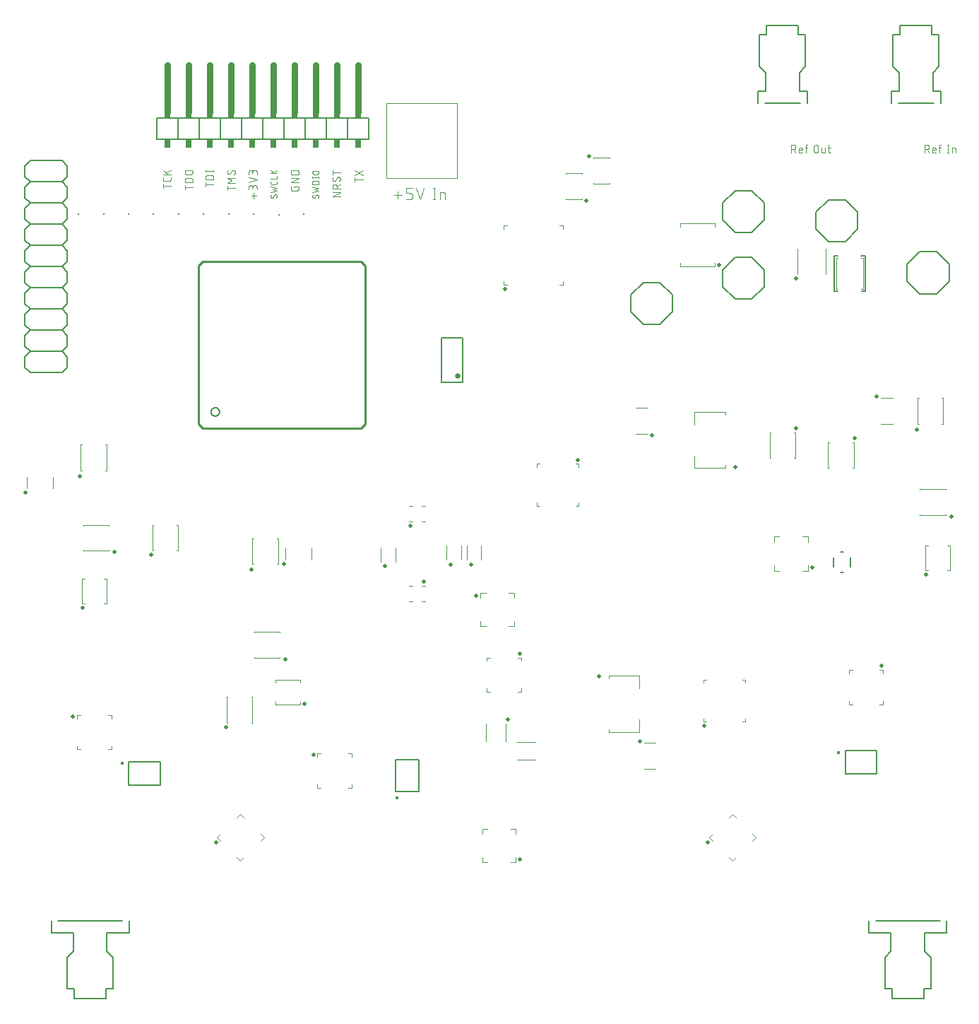
<source format=gbr>
G04 EAGLE Gerber RS-274X export*
G75*
%MOMM*%
%FSLAX34Y34*%
%LPD*%
%INSilkscreen Top*%
%IPPOS*%
%AMOC8*
5,1,8,0,0,1.08239X$1,22.5*%
G01*
%ADD10C,0.076200*%
%ADD11C,0.101600*%
%ADD12C,0.500000*%
%ADD13C,0.120000*%
%ADD14C,0.127000*%
%ADD15C,0.254000*%
%ADD16C,0.635000*%
%ADD17C,0.203200*%
%ADD18R,0.250000X0.250000*%
%ADD19C,0.447213*%
%ADD20C,0.152400*%
%ADD21C,0.762000*%
%ADD22R,0.762000X0.508000*%
%ADD23R,0.762000X1.016000*%
%ADD24C,0.050800*%
%ADD25C,0.100000*%


D10*
X216779Y860418D02*
X207381Y860418D01*
X207381Y857808D02*
X207381Y863029D01*
X216779Y868405D02*
X216779Y870493D01*
X216779Y868405D02*
X216777Y868316D01*
X216771Y868228D01*
X216762Y868140D01*
X216749Y868052D01*
X216732Y867965D01*
X216712Y867879D01*
X216687Y867794D01*
X216660Y867709D01*
X216628Y867626D01*
X216594Y867545D01*
X216555Y867465D01*
X216514Y867387D01*
X216469Y867310D01*
X216421Y867236D01*
X216370Y867163D01*
X216316Y867093D01*
X216258Y867026D01*
X216198Y866960D01*
X216136Y866898D01*
X216070Y866838D01*
X216003Y866780D01*
X215933Y866726D01*
X215860Y866675D01*
X215786Y866627D01*
X215709Y866582D01*
X215631Y866541D01*
X215551Y866502D01*
X215470Y866468D01*
X215387Y866436D01*
X215302Y866409D01*
X215217Y866384D01*
X215131Y866364D01*
X215044Y866347D01*
X214956Y866334D01*
X214868Y866325D01*
X214780Y866319D01*
X214691Y866317D01*
X214691Y866316D02*
X209469Y866316D01*
X209378Y866318D01*
X209287Y866324D01*
X209196Y866334D01*
X209106Y866348D01*
X209017Y866366D01*
X208928Y866387D01*
X208841Y866413D01*
X208755Y866442D01*
X208670Y866475D01*
X208586Y866512D01*
X208504Y866552D01*
X208425Y866596D01*
X208347Y866643D01*
X208271Y866694D01*
X208197Y866748D01*
X208126Y866805D01*
X208058Y866865D01*
X207992Y866928D01*
X207929Y866994D01*
X207869Y867062D01*
X207812Y867133D01*
X207758Y867207D01*
X207707Y867283D01*
X207660Y867360D01*
X207616Y867440D01*
X207576Y867522D01*
X207539Y867606D01*
X207506Y867690D01*
X207477Y867777D01*
X207451Y867864D01*
X207430Y867953D01*
X207412Y868042D01*
X207398Y868132D01*
X207388Y868223D01*
X207382Y868314D01*
X207380Y868405D01*
X207381Y868405D02*
X207381Y870493D01*
X207381Y874398D02*
X216779Y874398D01*
X213124Y874398D02*
X207381Y879619D01*
X211036Y876486D02*
X216779Y879619D01*
X233381Y858720D02*
X242779Y858720D01*
X233381Y856110D02*
X233381Y861331D01*
X233381Y864949D02*
X242779Y864949D01*
X233381Y864949D02*
X233381Y867560D01*
X233383Y867660D01*
X233389Y867760D01*
X233398Y867859D01*
X233412Y867959D01*
X233429Y868057D01*
X233450Y868155D01*
X233474Y868252D01*
X233503Y868348D01*
X233535Y868443D01*
X233570Y868536D01*
X233609Y868628D01*
X233652Y868719D01*
X233698Y868807D01*
X233748Y868894D01*
X233800Y868979D01*
X233856Y869062D01*
X233915Y869143D01*
X233978Y869221D01*
X234043Y869297D01*
X234111Y869371D01*
X234181Y869441D01*
X234255Y869509D01*
X234331Y869574D01*
X234409Y869637D01*
X234490Y869696D01*
X234573Y869752D01*
X234658Y869804D01*
X234745Y869854D01*
X234833Y869900D01*
X234924Y869943D01*
X235016Y869982D01*
X235109Y870017D01*
X235204Y870049D01*
X235300Y870078D01*
X235397Y870102D01*
X235495Y870123D01*
X235593Y870140D01*
X235693Y870154D01*
X235792Y870163D01*
X235892Y870169D01*
X235992Y870171D01*
X235992Y870170D02*
X240168Y870170D01*
X240168Y870171D02*
X240268Y870169D01*
X240368Y870163D01*
X240467Y870154D01*
X240567Y870140D01*
X240665Y870123D01*
X240763Y870102D01*
X240860Y870078D01*
X240956Y870049D01*
X241051Y870017D01*
X241144Y869982D01*
X241236Y869943D01*
X241327Y869900D01*
X241415Y869854D01*
X241502Y869804D01*
X241587Y869752D01*
X241670Y869696D01*
X241751Y869637D01*
X241829Y869574D01*
X241905Y869509D01*
X241979Y869441D01*
X242049Y869371D01*
X242117Y869297D01*
X242182Y869221D01*
X242245Y869143D01*
X242304Y869062D01*
X242360Y868979D01*
X242412Y868894D01*
X242462Y868807D01*
X242508Y868719D01*
X242551Y868628D01*
X242590Y868536D01*
X242625Y868443D01*
X242657Y868348D01*
X242686Y868252D01*
X242710Y868155D01*
X242731Y868057D01*
X242748Y867959D01*
X242762Y867859D01*
X242771Y867760D01*
X242777Y867660D01*
X242779Y867560D01*
X242779Y864949D01*
X240168Y874398D02*
X235992Y874398D01*
X235992Y874397D02*
X235891Y874399D01*
X235790Y874405D01*
X235689Y874415D01*
X235589Y874428D01*
X235489Y874446D01*
X235390Y874467D01*
X235292Y874493D01*
X235195Y874522D01*
X235099Y874554D01*
X235005Y874591D01*
X234912Y874631D01*
X234820Y874675D01*
X234731Y874722D01*
X234643Y874773D01*
X234557Y874827D01*
X234474Y874884D01*
X234392Y874944D01*
X234314Y875008D01*
X234237Y875074D01*
X234164Y875144D01*
X234093Y875216D01*
X234025Y875291D01*
X233960Y875369D01*
X233898Y875449D01*
X233839Y875531D01*
X233783Y875616D01*
X233731Y875703D01*
X233682Y875791D01*
X233636Y875882D01*
X233595Y875974D01*
X233556Y876068D01*
X233522Y876163D01*
X233491Y876259D01*
X233464Y876357D01*
X233440Y876455D01*
X233421Y876555D01*
X233405Y876655D01*
X233393Y876755D01*
X233385Y876856D01*
X233381Y876957D01*
X233381Y877059D01*
X233385Y877160D01*
X233393Y877261D01*
X233405Y877361D01*
X233421Y877461D01*
X233440Y877561D01*
X233464Y877659D01*
X233491Y877757D01*
X233522Y877853D01*
X233556Y877948D01*
X233595Y878042D01*
X233636Y878134D01*
X233682Y878225D01*
X233731Y878314D01*
X233783Y878400D01*
X233839Y878485D01*
X233898Y878567D01*
X233960Y878647D01*
X234025Y878725D01*
X234093Y878800D01*
X234164Y878872D01*
X234237Y878942D01*
X234314Y879008D01*
X234392Y879072D01*
X234474Y879132D01*
X234557Y879189D01*
X234643Y879243D01*
X234731Y879294D01*
X234820Y879341D01*
X234912Y879385D01*
X235005Y879425D01*
X235099Y879462D01*
X235195Y879494D01*
X235292Y879523D01*
X235390Y879549D01*
X235489Y879570D01*
X235589Y879588D01*
X235689Y879601D01*
X235790Y879611D01*
X235891Y879617D01*
X235992Y879619D01*
X240168Y879619D01*
X240269Y879617D01*
X240370Y879611D01*
X240471Y879601D01*
X240571Y879588D01*
X240671Y879570D01*
X240770Y879549D01*
X240868Y879523D01*
X240965Y879494D01*
X241061Y879462D01*
X241155Y879425D01*
X241248Y879385D01*
X241340Y879341D01*
X241429Y879294D01*
X241517Y879243D01*
X241603Y879189D01*
X241686Y879132D01*
X241768Y879072D01*
X241846Y879008D01*
X241923Y878942D01*
X241996Y878872D01*
X242067Y878800D01*
X242135Y878725D01*
X242200Y878647D01*
X242262Y878567D01*
X242321Y878485D01*
X242377Y878400D01*
X242429Y878314D01*
X242478Y878225D01*
X242524Y878134D01*
X242565Y878042D01*
X242604Y877948D01*
X242638Y877853D01*
X242669Y877757D01*
X242696Y877659D01*
X242720Y877561D01*
X242739Y877461D01*
X242755Y877361D01*
X242767Y877261D01*
X242775Y877160D01*
X242779Y877059D01*
X242779Y876957D01*
X242775Y876856D01*
X242767Y876755D01*
X242755Y876655D01*
X242739Y876555D01*
X242720Y876455D01*
X242696Y876357D01*
X242669Y876259D01*
X242638Y876163D01*
X242604Y876068D01*
X242565Y875974D01*
X242524Y875882D01*
X242478Y875791D01*
X242429Y875703D01*
X242377Y875616D01*
X242321Y875531D01*
X242262Y875449D01*
X242200Y875369D01*
X242135Y875291D01*
X242067Y875216D01*
X241996Y875144D01*
X241923Y875074D01*
X241846Y875008D01*
X241768Y874944D01*
X241686Y874884D01*
X241603Y874827D01*
X241517Y874773D01*
X241429Y874722D01*
X241340Y874675D01*
X241248Y874631D01*
X241155Y874591D01*
X241061Y874554D01*
X240965Y874522D01*
X240868Y874493D01*
X240770Y874467D01*
X240671Y874446D01*
X240571Y874428D01*
X240471Y874415D01*
X240370Y874405D01*
X240269Y874399D01*
X240168Y874397D01*
X258381Y862116D02*
X267779Y862116D01*
X258381Y859505D02*
X258381Y864726D01*
X258381Y868344D02*
X267779Y868344D01*
X258381Y868344D02*
X258381Y870955D01*
X258383Y871055D01*
X258389Y871155D01*
X258398Y871254D01*
X258412Y871354D01*
X258429Y871452D01*
X258450Y871550D01*
X258474Y871647D01*
X258503Y871743D01*
X258535Y871838D01*
X258570Y871931D01*
X258609Y872023D01*
X258652Y872114D01*
X258698Y872202D01*
X258748Y872289D01*
X258800Y872374D01*
X258856Y872457D01*
X258915Y872538D01*
X258978Y872616D01*
X259043Y872692D01*
X259111Y872766D01*
X259181Y872836D01*
X259255Y872904D01*
X259331Y872969D01*
X259409Y873032D01*
X259490Y873091D01*
X259573Y873147D01*
X259658Y873199D01*
X259745Y873249D01*
X259833Y873295D01*
X259924Y873338D01*
X260016Y873377D01*
X260109Y873412D01*
X260204Y873444D01*
X260300Y873473D01*
X260397Y873497D01*
X260495Y873518D01*
X260593Y873535D01*
X260693Y873549D01*
X260792Y873558D01*
X260892Y873564D01*
X260992Y873566D01*
X260992Y873565D02*
X265168Y873565D01*
X265168Y873566D02*
X265268Y873564D01*
X265368Y873558D01*
X265467Y873549D01*
X265567Y873535D01*
X265665Y873518D01*
X265763Y873497D01*
X265860Y873473D01*
X265956Y873444D01*
X266051Y873412D01*
X266144Y873377D01*
X266236Y873338D01*
X266327Y873295D01*
X266415Y873249D01*
X266502Y873199D01*
X266587Y873147D01*
X266670Y873091D01*
X266751Y873032D01*
X266829Y872969D01*
X266905Y872904D01*
X266979Y872836D01*
X267049Y872766D01*
X267117Y872692D01*
X267182Y872616D01*
X267245Y872538D01*
X267304Y872457D01*
X267360Y872374D01*
X267412Y872289D01*
X267462Y872202D01*
X267508Y872114D01*
X267551Y872023D01*
X267590Y871931D01*
X267625Y871838D01*
X267657Y871743D01*
X267686Y871647D01*
X267710Y871550D01*
X267731Y871452D01*
X267748Y871354D01*
X267762Y871254D01*
X267771Y871155D01*
X267777Y871055D01*
X267779Y870955D01*
X267779Y868344D01*
X267779Y878575D02*
X258381Y878575D01*
X267779Y877531D02*
X267779Y879619D01*
X258381Y879619D02*
X258381Y877531D01*
X284381Y857806D02*
X293779Y857806D01*
X284381Y855196D02*
X284381Y860417D01*
X284381Y864122D02*
X293779Y864122D01*
X289602Y867255D02*
X284381Y864122D01*
X289602Y867255D02*
X284381Y870388D01*
X293779Y870388D01*
X293779Y877531D02*
X293777Y877620D01*
X293771Y877708D01*
X293762Y877796D01*
X293749Y877884D01*
X293732Y877971D01*
X293712Y878057D01*
X293687Y878142D01*
X293660Y878227D01*
X293628Y878310D01*
X293594Y878391D01*
X293555Y878471D01*
X293514Y878549D01*
X293469Y878626D01*
X293421Y878700D01*
X293370Y878773D01*
X293316Y878843D01*
X293258Y878910D01*
X293198Y878976D01*
X293136Y879038D01*
X293070Y879098D01*
X293003Y879156D01*
X292933Y879210D01*
X292860Y879261D01*
X292786Y879309D01*
X292709Y879354D01*
X292631Y879395D01*
X292551Y879434D01*
X292470Y879468D01*
X292387Y879500D01*
X292302Y879527D01*
X292217Y879552D01*
X292131Y879572D01*
X292044Y879589D01*
X291956Y879602D01*
X291868Y879611D01*
X291780Y879617D01*
X291691Y879619D01*
X293779Y877531D02*
X293777Y877402D01*
X293771Y877273D01*
X293762Y877144D01*
X293749Y877016D01*
X293732Y876888D01*
X293711Y876761D01*
X293687Y876634D01*
X293659Y876508D01*
X293627Y876383D01*
X293592Y876259D01*
X293553Y876136D01*
X293510Y876014D01*
X293464Y875894D01*
X293414Y875775D01*
X293361Y875657D01*
X293305Y875541D01*
X293245Y875427D01*
X293182Y875314D01*
X293115Y875204D01*
X293046Y875095D01*
X292973Y874989D01*
X292897Y874884D01*
X292818Y874782D01*
X292736Y874683D01*
X292652Y874585D01*
X292564Y874490D01*
X292474Y874398D01*
X286469Y874659D02*
X286380Y874661D01*
X286292Y874667D01*
X286204Y874676D01*
X286116Y874689D01*
X286029Y874706D01*
X285943Y874726D01*
X285858Y874751D01*
X285773Y874778D01*
X285690Y874810D01*
X285609Y874844D01*
X285529Y874883D01*
X285451Y874924D01*
X285374Y874969D01*
X285300Y875017D01*
X285227Y875068D01*
X285157Y875122D01*
X285090Y875180D01*
X285024Y875240D01*
X284962Y875302D01*
X284902Y875368D01*
X284844Y875435D01*
X284790Y875505D01*
X284739Y875578D01*
X284691Y875652D01*
X284646Y875729D01*
X284605Y875807D01*
X284566Y875887D01*
X284532Y875968D01*
X284500Y876051D01*
X284473Y876136D01*
X284448Y876221D01*
X284428Y876307D01*
X284411Y876394D01*
X284398Y876482D01*
X284389Y876570D01*
X284383Y876658D01*
X284381Y876747D01*
X284383Y876867D01*
X284388Y876987D01*
X284398Y877106D01*
X284410Y877226D01*
X284427Y877345D01*
X284447Y877463D01*
X284471Y877581D01*
X284498Y877697D01*
X284529Y877813D01*
X284563Y877928D01*
X284601Y878042D01*
X284643Y878155D01*
X284688Y878266D01*
X284736Y878376D01*
X284787Y878484D01*
X284842Y878591D01*
X284900Y878696D01*
X284962Y878799D01*
X285026Y878900D01*
X285094Y879000D01*
X285164Y879097D01*
X288296Y875703D02*
X288248Y875625D01*
X288196Y875549D01*
X288142Y875476D01*
X288084Y875405D01*
X288023Y875336D01*
X287959Y875270D01*
X287892Y875207D01*
X287823Y875147D01*
X287751Y875090D01*
X287677Y875036D01*
X287600Y874986D01*
X287521Y874938D01*
X287441Y874895D01*
X287358Y874854D01*
X287274Y874818D01*
X287189Y874785D01*
X287102Y874756D01*
X287013Y874730D01*
X286924Y874708D01*
X286834Y874691D01*
X286744Y874677D01*
X286652Y874667D01*
X286561Y874661D01*
X286469Y874659D01*
X289864Y878575D02*
X289912Y878653D01*
X289964Y878729D01*
X290018Y878802D01*
X290076Y878873D01*
X290137Y878942D01*
X290201Y879008D01*
X290268Y879071D01*
X290337Y879131D01*
X290409Y879188D01*
X290483Y879242D01*
X290560Y879292D01*
X290639Y879340D01*
X290719Y879383D01*
X290802Y879424D01*
X290886Y879460D01*
X290971Y879493D01*
X291058Y879522D01*
X291147Y879548D01*
X291236Y879570D01*
X291326Y879587D01*
X291416Y879601D01*
X291508Y879611D01*
X291599Y879617D01*
X291691Y879619D01*
X289863Y878575D02*
X288297Y875703D01*
X316124Y852100D02*
X316124Y845834D01*
X319257Y848967D02*
X312992Y848967D01*
X319779Y856110D02*
X319779Y858721D01*
X319777Y858822D01*
X319771Y858923D01*
X319761Y859024D01*
X319748Y859124D01*
X319730Y859224D01*
X319709Y859323D01*
X319683Y859421D01*
X319654Y859518D01*
X319622Y859614D01*
X319585Y859708D01*
X319545Y859801D01*
X319501Y859893D01*
X319454Y859982D01*
X319403Y860070D01*
X319349Y860156D01*
X319292Y860239D01*
X319232Y860321D01*
X319168Y860399D01*
X319102Y860476D01*
X319032Y860549D01*
X318960Y860620D01*
X318885Y860688D01*
X318807Y860753D01*
X318727Y860815D01*
X318645Y860874D01*
X318560Y860930D01*
X318474Y860982D01*
X318385Y861031D01*
X318294Y861077D01*
X318202Y861118D01*
X318108Y861157D01*
X318013Y861191D01*
X317917Y861222D01*
X317819Y861249D01*
X317721Y861273D01*
X317621Y861292D01*
X317521Y861308D01*
X317421Y861320D01*
X317320Y861328D01*
X317219Y861332D01*
X317117Y861332D01*
X317016Y861328D01*
X316915Y861320D01*
X316815Y861308D01*
X316715Y861292D01*
X316615Y861273D01*
X316517Y861249D01*
X316419Y861222D01*
X316323Y861191D01*
X316228Y861157D01*
X316134Y861118D01*
X316042Y861077D01*
X315951Y861031D01*
X315863Y860982D01*
X315776Y860930D01*
X315691Y860874D01*
X315609Y860815D01*
X315529Y860753D01*
X315451Y860688D01*
X315376Y860620D01*
X315304Y860549D01*
X315234Y860476D01*
X315168Y860399D01*
X315104Y860321D01*
X315044Y860239D01*
X314987Y860156D01*
X314933Y860070D01*
X314882Y859982D01*
X314835Y859893D01*
X314791Y859801D01*
X314751Y859708D01*
X314714Y859614D01*
X314682Y859518D01*
X314653Y859421D01*
X314627Y859323D01*
X314606Y859224D01*
X314588Y859124D01*
X314575Y859024D01*
X314565Y858923D01*
X314559Y858822D01*
X314557Y858721D01*
X310381Y859243D02*
X310381Y856110D01*
X310381Y859243D02*
X310383Y859333D01*
X310389Y859422D01*
X310398Y859512D01*
X310412Y859601D01*
X310429Y859689D01*
X310450Y859776D01*
X310475Y859863D01*
X310504Y859948D01*
X310536Y860032D01*
X310571Y860114D01*
X310611Y860195D01*
X310653Y860274D01*
X310699Y860351D01*
X310749Y860426D01*
X310801Y860499D01*
X310857Y860570D01*
X310915Y860638D01*
X310977Y860703D01*
X311041Y860766D01*
X311108Y860826D01*
X311177Y860883D01*
X311249Y860937D01*
X311323Y860988D01*
X311399Y861036D01*
X311477Y861080D01*
X311557Y861121D01*
X311639Y861159D01*
X311722Y861193D01*
X311807Y861223D01*
X311893Y861250D01*
X311979Y861273D01*
X312067Y861292D01*
X312156Y861307D01*
X312245Y861319D01*
X312334Y861327D01*
X312424Y861331D01*
X312514Y861331D01*
X312604Y861327D01*
X312693Y861319D01*
X312782Y861307D01*
X312871Y861292D01*
X312959Y861273D01*
X313045Y861250D01*
X313131Y861223D01*
X313216Y861193D01*
X313299Y861159D01*
X313381Y861121D01*
X313461Y861080D01*
X313539Y861036D01*
X313615Y860988D01*
X313689Y860937D01*
X313761Y860883D01*
X313830Y860826D01*
X313897Y860766D01*
X313961Y860703D01*
X314023Y860638D01*
X314081Y860570D01*
X314137Y860499D01*
X314189Y860426D01*
X314239Y860351D01*
X314285Y860274D01*
X314327Y860195D01*
X314367Y860114D01*
X314402Y860032D01*
X314434Y859948D01*
X314463Y859863D01*
X314488Y859776D01*
X314509Y859689D01*
X314526Y859601D01*
X314540Y859512D01*
X314549Y859422D01*
X314555Y859333D01*
X314557Y859243D01*
X314558Y859243D02*
X314558Y857154D01*
X310381Y864732D02*
X319779Y867865D01*
X310381Y870997D01*
X319779Y874398D02*
X319779Y877008D01*
X319777Y877109D01*
X319771Y877210D01*
X319761Y877311D01*
X319748Y877411D01*
X319730Y877511D01*
X319709Y877610D01*
X319683Y877708D01*
X319654Y877805D01*
X319622Y877901D01*
X319585Y877995D01*
X319545Y878088D01*
X319501Y878180D01*
X319454Y878269D01*
X319403Y878357D01*
X319349Y878443D01*
X319292Y878526D01*
X319232Y878608D01*
X319168Y878686D01*
X319102Y878763D01*
X319032Y878836D01*
X318960Y878907D01*
X318885Y878975D01*
X318807Y879040D01*
X318727Y879102D01*
X318645Y879161D01*
X318560Y879217D01*
X318474Y879269D01*
X318385Y879318D01*
X318294Y879364D01*
X318202Y879405D01*
X318108Y879444D01*
X318013Y879478D01*
X317917Y879509D01*
X317819Y879536D01*
X317721Y879560D01*
X317621Y879579D01*
X317521Y879595D01*
X317421Y879607D01*
X317320Y879615D01*
X317219Y879619D01*
X317117Y879619D01*
X317016Y879615D01*
X316915Y879607D01*
X316815Y879595D01*
X316715Y879579D01*
X316615Y879560D01*
X316517Y879536D01*
X316419Y879509D01*
X316323Y879478D01*
X316228Y879444D01*
X316134Y879405D01*
X316042Y879364D01*
X315951Y879318D01*
X315863Y879269D01*
X315776Y879217D01*
X315691Y879161D01*
X315609Y879102D01*
X315529Y879040D01*
X315451Y878975D01*
X315376Y878907D01*
X315304Y878836D01*
X315234Y878763D01*
X315168Y878686D01*
X315104Y878608D01*
X315044Y878526D01*
X314987Y878443D01*
X314933Y878357D01*
X314882Y878269D01*
X314835Y878180D01*
X314791Y878088D01*
X314751Y877995D01*
X314714Y877901D01*
X314682Y877805D01*
X314653Y877708D01*
X314627Y877610D01*
X314606Y877511D01*
X314588Y877411D01*
X314575Y877311D01*
X314565Y877210D01*
X314559Y877109D01*
X314557Y877008D01*
X310381Y877531D02*
X310381Y874398D01*
X310381Y877531D02*
X310383Y877621D01*
X310389Y877710D01*
X310398Y877800D01*
X310412Y877889D01*
X310429Y877977D01*
X310450Y878064D01*
X310475Y878151D01*
X310504Y878236D01*
X310536Y878320D01*
X310571Y878402D01*
X310611Y878483D01*
X310653Y878562D01*
X310699Y878639D01*
X310749Y878714D01*
X310801Y878787D01*
X310857Y878858D01*
X310915Y878926D01*
X310977Y878991D01*
X311041Y879054D01*
X311108Y879114D01*
X311177Y879171D01*
X311249Y879225D01*
X311323Y879276D01*
X311399Y879324D01*
X311477Y879368D01*
X311557Y879409D01*
X311639Y879447D01*
X311722Y879481D01*
X311807Y879511D01*
X311893Y879538D01*
X311979Y879561D01*
X312067Y879580D01*
X312156Y879595D01*
X312245Y879607D01*
X312334Y879615D01*
X312424Y879619D01*
X312514Y879619D01*
X312604Y879615D01*
X312693Y879607D01*
X312782Y879595D01*
X312871Y879580D01*
X312959Y879561D01*
X313045Y879538D01*
X313131Y879511D01*
X313216Y879481D01*
X313299Y879447D01*
X313381Y879409D01*
X313461Y879368D01*
X313539Y879324D01*
X313615Y879276D01*
X313689Y879225D01*
X313761Y879171D01*
X313830Y879114D01*
X313897Y879054D01*
X313961Y878991D01*
X314023Y878926D01*
X314081Y878858D01*
X314137Y878787D01*
X314189Y878714D01*
X314239Y878639D01*
X314285Y878562D01*
X314327Y878483D01*
X314367Y878402D01*
X314402Y878320D01*
X314434Y878236D01*
X314463Y878151D01*
X314488Y878064D01*
X314509Y877977D01*
X314526Y877889D01*
X314540Y877800D01*
X314549Y877710D01*
X314555Y877621D01*
X314557Y877531D01*
X314558Y877531D02*
X314558Y875442D01*
X342110Y850485D02*
X342188Y850483D01*
X342266Y850478D01*
X342343Y850468D01*
X342420Y850455D01*
X342496Y850439D01*
X342571Y850419D01*
X342645Y850395D01*
X342718Y850368D01*
X342790Y850337D01*
X342860Y850303D01*
X342929Y850266D01*
X342995Y850225D01*
X343060Y850181D01*
X343122Y850135D01*
X343182Y850085D01*
X343240Y850033D01*
X343295Y849978D01*
X343347Y849920D01*
X343397Y849860D01*
X343443Y849798D01*
X343487Y849733D01*
X343528Y849667D01*
X343565Y849598D01*
X343599Y849528D01*
X343630Y849456D01*
X343657Y849383D01*
X343681Y849309D01*
X343701Y849234D01*
X343717Y849158D01*
X343730Y849081D01*
X343740Y849004D01*
X343745Y848926D01*
X343747Y848848D01*
X343745Y848734D01*
X343740Y848621D01*
X343730Y848507D01*
X343717Y848394D01*
X343700Y848282D01*
X343680Y848170D01*
X343656Y848059D01*
X343628Y847948D01*
X343597Y847839D01*
X343562Y847731D01*
X343523Y847624D01*
X343481Y847518D01*
X343436Y847414D01*
X343387Y847311D01*
X343334Y847210D01*
X343279Y847111D01*
X343220Y847013D01*
X343158Y846918D01*
X343093Y846825D01*
X343025Y846733D01*
X342954Y846645D01*
X342880Y846558D01*
X342803Y846474D01*
X342724Y846393D01*
X338018Y846597D02*
X337940Y846599D01*
X337862Y846604D01*
X337785Y846614D01*
X337708Y846627D01*
X337632Y846643D01*
X337557Y846663D01*
X337483Y846687D01*
X337410Y846714D01*
X337338Y846745D01*
X337268Y846779D01*
X337200Y846816D01*
X337133Y846857D01*
X337068Y846901D01*
X337006Y846947D01*
X336946Y846997D01*
X336888Y847049D01*
X336833Y847104D01*
X336781Y847162D01*
X336731Y847222D01*
X336685Y847284D01*
X336641Y847349D01*
X336600Y847416D01*
X336563Y847484D01*
X336529Y847554D01*
X336498Y847626D01*
X336471Y847699D01*
X336447Y847773D01*
X336427Y847848D01*
X336411Y847924D01*
X336398Y848001D01*
X336388Y848078D01*
X336383Y848156D01*
X336381Y848234D01*
X336383Y848344D01*
X336389Y848453D01*
X336399Y848563D01*
X336412Y848671D01*
X336430Y848780D01*
X336451Y848887D01*
X336477Y848994D01*
X336506Y849100D01*
X336538Y849205D01*
X336575Y849308D01*
X336615Y849410D01*
X336659Y849511D01*
X336707Y849610D01*
X336757Y849707D01*
X336812Y849802D01*
X336870Y849895D01*
X336931Y849986D01*
X336995Y850075D01*
X339450Y847415D02*
X339408Y847349D01*
X339364Y847284D01*
X339316Y847222D01*
X339266Y847162D01*
X339213Y847104D01*
X339157Y847049D01*
X339099Y846996D01*
X339038Y846947D01*
X338975Y846900D01*
X338910Y846856D01*
X338843Y846816D01*
X338774Y846779D01*
X338703Y846745D01*
X338631Y846714D01*
X338557Y846687D01*
X338482Y846663D01*
X338407Y846643D01*
X338330Y846627D01*
X338253Y846614D01*
X338175Y846604D01*
X338096Y846599D01*
X338018Y846597D01*
X340677Y849666D02*
X340719Y849733D01*
X340763Y849798D01*
X340811Y849860D01*
X340861Y849920D01*
X340914Y849978D01*
X340970Y850033D01*
X341029Y850085D01*
X341089Y850135D01*
X341153Y850182D01*
X341218Y850225D01*
X341285Y850266D01*
X341354Y850303D01*
X341425Y850337D01*
X341497Y850368D01*
X341571Y850395D01*
X341645Y850419D01*
X341721Y850439D01*
X341798Y850455D01*
X341875Y850468D01*
X341953Y850478D01*
X342032Y850483D01*
X342110Y850485D01*
X340678Y849666D02*
X339450Y847415D01*
X336381Y853211D02*
X343747Y854848D01*
X338836Y856485D01*
X343747Y858122D01*
X336381Y859759D01*
X343747Y864343D02*
X343747Y865980D01*
X343747Y864343D02*
X343745Y864265D01*
X343740Y864187D01*
X343730Y864110D01*
X343717Y864033D01*
X343701Y863957D01*
X343681Y863882D01*
X343657Y863808D01*
X343630Y863735D01*
X343599Y863663D01*
X343565Y863593D01*
X343528Y863525D01*
X343487Y863458D01*
X343443Y863393D01*
X343397Y863331D01*
X343347Y863271D01*
X343295Y863213D01*
X343240Y863158D01*
X343182Y863106D01*
X343122Y863056D01*
X343060Y863010D01*
X342995Y862966D01*
X342929Y862925D01*
X342860Y862888D01*
X342790Y862854D01*
X342718Y862823D01*
X342645Y862796D01*
X342571Y862772D01*
X342496Y862752D01*
X342420Y862736D01*
X342343Y862723D01*
X342266Y862713D01*
X342188Y862708D01*
X342110Y862706D01*
X338018Y862706D01*
X337938Y862708D01*
X337858Y862714D01*
X337778Y862724D01*
X337699Y862737D01*
X337620Y862755D01*
X337543Y862776D01*
X337467Y862802D01*
X337392Y862831D01*
X337318Y862863D01*
X337246Y862899D01*
X337176Y862939D01*
X337109Y862982D01*
X337043Y863028D01*
X336980Y863078D01*
X336919Y863130D01*
X336860Y863185D01*
X336805Y863244D01*
X336753Y863304D01*
X336703Y863368D01*
X336657Y863433D01*
X336614Y863501D01*
X336574Y863571D01*
X336538Y863643D01*
X336506Y863717D01*
X336477Y863791D01*
X336452Y863868D01*
X336430Y863945D01*
X336412Y864024D01*
X336399Y864103D01*
X336389Y864182D01*
X336383Y864263D01*
X336381Y864343D01*
X336381Y865980D01*
X336381Y869085D02*
X343747Y869085D01*
X343747Y872359D01*
X343747Y875527D02*
X336381Y875527D01*
X336381Y879619D02*
X340882Y875527D01*
X339246Y877164D02*
X343747Y879619D01*
X364558Y860112D02*
X364558Y858545D01*
X364558Y860112D02*
X369779Y860112D01*
X369779Y856979D01*
X369777Y856890D01*
X369771Y856802D01*
X369762Y856714D01*
X369749Y856626D01*
X369732Y856539D01*
X369712Y856453D01*
X369687Y856368D01*
X369660Y856283D01*
X369628Y856200D01*
X369594Y856119D01*
X369555Y856039D01*
X369514Y855961D01*
X369469Y855884D01*
X369421Y855810D01*
X369370Y855737D01*
X369316Y855667D01*
X369258Y855600D01*
X369198Y855534D01*
X369136Y855472D01*
X369070Y855412D01*
X369003Y855354D01*
X368933Y855300D01*
X368860Y855249D01*
X368786Y855201D01*
X368709Y855156D01*
X368631Y855115D01*
X368551Y855076D01*
X368470Y855042D01*
X368387Y855010D01*
X368302Y854983D01*
X368217Y854958D01*
X368131Y854938D01*
X368044Y854921D01*
X367956Y854908D01*
X367868Y854899D01*
X367780Y854893D01*
X367691Y854891D01*
X362469Y854891D01*
X362469Y854890D02*
X362378Y854892D01*
X362287Y854898D01*
X362196Y854908D01*
X362106Y854922D01*
X362017Y854940D01*
X361928Y854961D01*
X361841Y854987D01*
X361755Y855016D01*
X361670Y855049D01*
X361586Y855086D01*
X361504Y855126D01*
X361425Y855170D01*
X361347Y855217D01*
X361271Y855268D01*
X361197Y855322D01*
X361126Y855379D01*
X361058Y855439D01*
X360992Y855502D01*
X360929Y855568D01*
X360869Y855636D01*
X360812Y855707D01*
X360758Y855781D01*
X360707Y855857D01*
X360660Y855934D01*
X360616Y856014D01*
X360576Y856096D01*
X360539Y856180D01*
X360506Y856264D01*
X360477Y856351D01*
X360451Y856438D01*
X360430Y856527D01*
X360412Y856616D01*
X360398Y856706D01*
X360388Y856797D01*
X360382Y856888D01*
X360380Y856979D01*
X360381Y856979D02*
X360381Y860112D01*
X360381Y864644D02*
X369779Y864644D01*
X369779Y869865D02*
X360381Y864644D01*
X360381Y869865D02*
X369779Y869865D01*
X369779Y874398D02*
X360381Y874398D01*
X360381Y877008D01*
X360383Y877108D01*
X360389Y877208D01*
X360398Y877307D01*
X360412Y877407D01*
X360429Y877505D01*
X360450Y877603D01*
X360474Y877700D01*
X360503Y877796D01*
X360535Y877891D01*
X360570Y877984D01*
X360609Y878076D01*
X360652Y878167D01*
X360698Y878255D01*
X360748Y878342D01*
X360800Y878427D01*
X360856Y878510D01*
X360915Y878591D01*
X360978Y878669D01*
X361043Y878745D01*
X361111Y878819D01*
X361181Y878889D01*
X361255Y878957D01*
X361331Y879022D01*
X361409Y879085D01*
X361490Y879144D01*
X361573Y879200D01*
X361658Y879252D01*
X361745Y879302D01*
X361833Y879348D01*
X361924Y879391D01*
X362016Y879430D01*
X362109Y879465D01*
X362204Y879497D01*
X362300Y879526D01*
X362397Y879550D01*
X362495Y879571D01*
X362593Y879588D01*
X362693Y879602D01*
X362792Y879611D01*
X362892Y879617D01*
X362992Y879619D01*
X367168Y879619D01*
X367268Y879617D01*
X367368Y879611D01*
X367467Y879602D01*
X367567Y879588D01*
X367665Y879571D01*
X367763Y879550D01*
X367860Y879526D01*
X367956Y879497D01*
X368051Y879465D01*
X368144Y879430D01*
X368236Y879391D01*
X368327Y879348D01*
X368415Y879302D01*
X368502Y879252D01*
X368587Y879200D01*
X368670Y879144D01*
X368751Y879085D01*
X368829Y879022D01*
X368905Y878957D01*
X368979Y878889D01*
X369049Y878819D01*
X369117Y878745D01*
X369182Y878669D01*
X369245Y878591D01*
X369304Y878510D01*
X369360Y878427D01*
X369412Y878342D01*
X369462Y878255D01*
X369508Y878167D01*
X369551Y878076D01*
X369590Y877984D01*
X369625Y877891D01*
X369657Y877796D01*
X369686Y877700D01*
X369710Y877603D01*
X369731Y877505D01*
X369748Y877407D01*
X369762Y877307D01*
X369771Y877208D01*
X369777Y877108D01*
X369779Y877008D01*
X369779Y874398D01*
X392110Y850090D02*
X392188Y850088D01*
X392266Y850083D01*
X392343Y850073D01*
X392420Y850060D01*
X392496Y850044D01*
X392571Y850024D01*
X392645Y850000D01*
X392718Y849973D01*
X392790Y849942D01*
X392860Y849908D01*
X392929Y849871D01*
X392995Y849830D01*
X393060Y849786D01*
X393122Y849740D01*
X393182Y849690D01*
X393240Y849638D01*
X393295Y849583D01*
X393347Y849525D01*
X393397Y849465D01*
X393443Y849403D01*
X393487Y849338D01*
X393528Y849272D01*
X393565Y849203D01*
X393599Y849133D01*
X393630Y849061D01*
X393657Y848988D01*
X393681Y848914D01*
X393701Y848839D01*
X393717Y848763D01*
X393730Y848686D01*
X393740Y848609D01*
X393745Y848531D01*
X393747Y848453D01*
X393745Y848339D01*
X393740Y848226D01*
X393730Y848112D01*
X393717Y847999D01*
X393700Y847887D01*
X393680Y847775D01*
X393656Y847664D01*
X393628Y847553D01*
X393597Y847444D01*
X393562Y847336D01*
X393523Y847229D01*
X393481Y847123D01*
X393436Y847019D01*
X393387Y846916D01*
X393334Y846815D01*
X393279Y846716D01*
X393220Y846618D01*
X393158Y846523D01*
X393093Y846430D01*
X393025Y846338D01*
X392954Y846250D01*
X392880Y846163D01*
X392803Y846079D01*
X392724Y845998D01*
X388018Y846202D02*
X387940Y846204D01*
X387862Y846209D01*
X387785Y846219D01*
X387708Y846232D01*
X387632Y846248D01*
X387557Y846268D01*
X387483Y846292D01*
X387410Y846319D01*
X387338Y846350D01*
X387268Y846384D01*
X387200Y846421D01*
X387133Y846462D01*
X387068Y846506D01*
X387006Y846552D01*
X386946Y846602D01*
X386888Y846654D01*
X386833Y846709D01*
X386781Y846767D01*
X386731Y846827D01*
X386685Y846889D01*
X386641Y846954D01*
X386600Y847021D01*
X386563Y847089D01*
X386529Y847159D01*
X386498Y847231D01*
X386471Y847304D01*
X386447Y847378D01*
X386427Y847453D01*
X386411Y847529D01*
X386398Y847606D01*
X386388Y847683D01*
X386383Y847761D01*
X386381Y847839D01*
X386383Y847949D01*
X386389Y848058D01*
X386399Y848168D01*
X386412Y848276D01*
X386430Y848385D01*
X386451Y848492D01*
X386477Y848599D01*
X386506Y848705D01*
X386538Y848810D01*
X386575Y848913D01*
X386615Y849015D01*
X386659Y849116D01*
X386707Y849215D01*
X386757Y849312D01*
X386812Y849407D01*
X386870Y849500D01*
X386931Y849591D01*
X386995Y849680D01*
X389450Y847021D02*
X389408Y846955D01*
X389364Y846890D01*
X389316Y846828D01*
X389266Y846768D01*
X389213Y846710D01*
X389157Y846655D01*
X389099Y846602D01*
X389038Y846553D01*
X388975Y846506D01*
X388910Y846462D01*
X388843Y846422D01*
X388774Y846385D01*
X388703Y846351D01*
X388631Y846320D01*
X388557Y846293D01*
X388482Y846269D01*
X388407Y846249D01*
X388330Y846233D01*
X388253Y846220D01*
X388175Y846210D01*
X388096Y846205D01*
X388018Y846203D01*
X390677Y849271D02*
X390719Y849338D01*
X390763Y849403D01*
X390811Y849465D01*
X390861Y849525D01*
X390914Y849583D01*
X390970Y849638D01*
X391029Y849690D01*
X391089Y849740D01*
X391153Y849787D01*
X391218Y849830D01*
X391285Y849871D01*
X391354Y849908D01*
X391425Y849942D01*
X391497Y849973D01*
X391571Y850000D01*
X391645Y850024D01*
X391721Y850044D01*
X391798Y850060D01*
X391875Y850073D01*
X391953Y850083D01*
X392032Y850088D01*
X392110Y850090D01*
X390678Y849271D02*
X389450Y847021D01*
X386381Y852817D02*
X393747Y854453D01*
X388836Y856090D01*
X393747Y857727D01*
X386381Y859364D01*
X386381Y862579D02*
X393747Y862579D01*
X386381Y862579D02*
X386381Y864625D01*
X386383Y864714D01*
X386389Y864803D01*
X386399Y864892D01*
X386412Y864980D01*
X386429Y865068D01*
X386451Y865155D01*
X386476Y865240D01*
X386504Y865325D01*
X386537Y865408D01*
X386573Y865490D01*
X386612Y865570D01*
X386655Y865648D01*
X386701Y865724D01*
X386751Y865799D01*
X386804Y865871D01*
X386860Y865940D01*
X386919Y866007D01*
X386980Y866072D01*
X387045Y866133D01*
X387112Y866192D01*
X387181Y866248D01*
X387253Y866301D01*
X387328Y866351D01*
X387404Y866397D01*
X387482Y866440D01*
X387562Y866479D01*
X387644Y866515D01*
X387727Y866548D01*
X387812Y866576D01*
X387897Y866601D01*
X387984Y866623D01*
X388072Y866640D01*
X388160Y866653D01*
X388249Y866663D01*
X388338Y866669D01*
X388427Y866671D01*
X391701Y866671D01*
X391790Y866669D01*
X391879Y866663D01*
X391968Y866653D01*
X392056Y866640D01*
X392144Y866623D01*
X392231Y866601D01*
X392316Y866576D01*
X392401Y866548D01*
X392484Y866515D01*
X392566Y866479D01*
X392646Y866440D01*
X392724Y866397D01*
X392800Y866351D01*
X392875Y866301D01*
X392947Y866248D01*
X393016Y866192D01*
X393083Y866133D01*
X393148Y866072D01*
X393209Y866007D01*
X393268Y865940D01*
X393324Y865871D01*
X393377Y865799D01*
X393427Y865724D01*
X393473Y865648D01*
X393516Y865570D01*
X393555Y865490D01*
X393591Y865408D01*
X393624Y865325D01*
X393652Y865240D01*
X393677Y865155D01*
X393699Y865068D01*
X393716Y864980D01*
X393729Y864892D01*
X393739Y864803D01*
X393745Y864714D01*
X393747Y864625D01*
X393747Y862579D01*
X393747Y870721D02*
X386381Y870721D01*
X393747Y869902D02*
X393747Y871539D01*
X386381Y871539D02*
X386381Y869902D01*
X388427Y874527D02*
X391701Y874527D01*
X388427Y874527D02*
X388338Y874529D01*
X388249Y874535D01*
X388160Y874545D01*
X388072Y874558D01*
X387984Y874575D01*
X387897Y874597D01*
X387812Y874622D01*
X387727Y874650D01*
X387644Y874683D01*
X387562Y874719D01*
X387482Y874758D01*
X387404Y874801D01*
X387328Y874847D01*
X387253Y874897D01*
X387181Y874950D01*
X387112Y875006D01*
X387045Y875065D01*
X386980Y875126D01*
X386919Y875191D01*
X386860Y875258D01*
X386804Y875327D01*
X386751Y875399D01*
X386701Y875474D01*
X386655Y875550D01*
X386612Y875628D01*
X386573Y875708D01*
X386537Y875790D01*
X386504Y875873D01*
X386476Y875958D01*
X386451Y876043D01*
X386429Y876130D01*
X386412Y876218D01*
X386399Y876306D01*
X386389Y876395D01*
X386383Y876484D01*
X386381Y876573D01*
X386383Y876662D01*
X386389Y876751D01*
X386399Y876840D01*
X386412Y876928D01*
X386429Y877016D01*
X386451Y877103D01*
X386476Y877188D01*
X386504Y877273D01*
X386537Y877356D01*
X386573Y877438D01*
X386612Y877518D01*
X386655Y877596D01*
X386701Y877672D01*
X386751Y877747D01*
X386804Y877819D01*
X386860Y877888D01*
X386919Y877955D01*
X386980Y878020D01*
X387045Y878081D01*
X387112Y878140D01*
X387181Y878196D01*
X387253Y878249D01*
X387328Y878299D01*
X387404Y878345D01*
X387482Y878388D01*
X387562Y878427D01*
X387644Y878463D01*
X387727Y878496D01*
X387812Y878524D01*
X387897Y878549D01*
X387984Y878571D01*
X388072Y878588D01*
X388160Y878601D01*
X388249Y878611D01*
X388338Y878617D01*
X388427Y878619D01*
X391701Y878619D01*
X391790Y878617D01*
X391879Y878611D01*
X391968Y878601D01*
X392056Y878588D01*
X392144Y878571D01*
X392231Y878549D01*
X392316Y878524D01*
X392401Y878496D01*
X392484Y878463D01*
X392566Y878427D01*
X392646Y878388D01*
X392724Y878345D01*
X392800Y878299D01*
X392875Y878249D01*
X392947Y878196D01*
X393016Y878140D01*
X393083Y878081D01*
X393148Y878020D01*
X393209Y877955D01*
X393268Y877888D01*
X393324Y877819D01*
X393377Y877747D01*
X393427Y877672D01*
X393473Y877596D01*
X393516Y877518D01*
X393555Y877438D01*
X393591Y877356D01*
X393624Y877273D01*
X393652Y877188D01*
X393677Y877103D01*
X393699Y877016D01*
X393716Y876928D01*
X393729Y876840D01*
X393739Y876751D01*
X393745Y876662D01*
X393747Y876573D01*
X393745Y876484D01*
X393739Y876395D01*
X393729Y876306D01*
X393716Y876218D01*
X393699Y876130D01*
X393677Y876043D01*
X393652Y875958D01*
X393624Y875873D01*
X393591Y875790D01*
X393555Y875708D01*
X393516Y875628D01*
X393473Y875550D01*
X393427Y875474D01*
X393377Y875399D01*
X393324Y875327D01*
X393268Y875258D01*
X393209Y875191D01*
X393148Y875126D01*
X393083Y875065D01*
X393016Y875006D01*
X392947Y874950D01*
X392875Y874897D01*
X392800Y874847D01*
X392724Y874801D01*
X392646Y874758D01*
X392566Y874719D01*
X392484Y874683D01*
X392401Y874650D01*
X392316Y874622D01*
X392231Y874597D01*
X392144Y874575D01*
X392056Y874558D01*
X391968Y874545D01*
X391879Y874535D01*
X391790Y874529D01*
X391701Y874527D01*
X410381Y847576D02*
X419779Y847576D01*
X419779Y852797D02*
X410381Y847576D01*
X410381Y852797D02*
X419779Y852797D01*
X419779Y857386D02*
X410381Y857386D01*
X410381Y859997D01*
X410383Y860098D01*
X410389Y860199D01*
X410399Y860300D01*
X410412Y860400D01*
X410430Y860500D01*
X410451Y860599D01*
X410477Y860697D01*
X410506Y860794D01*
X410538Y860890D01*
X410575Y860984D01*
X410615Y861077D01*
X410659Y861169D01*
X410706Y861258D01*
X410757Y861346D01*
X410811Y861432D01*
X410868Y861515D01*
X410928Y861597D01*
X410992Y861675D01*
X411058Y861752D01*
X411128Y861825D01*
X411200Y861896D01*
X411275Y861964D01*
X411353Y862029D01*
X411433Y862091D01*
X411515Y862150D01*
X411600Y862206D01*
X411687Y862258D01*
X411775Y862307D01*
X411866Y862353D01*
X411958Y862394D01*
X412052Y862433D01*
X412147Y862467D01*
X412243Y862498D01*
X412341Y862525D01*
X412439Y862549D01*
X412539Y862568D01*
X412639Y862584D01*
X412739Y862596D01*
X412840Y862604D01*
X412941Y862608D01*
X413043Y862608D01*
X413144Y862604D01*
X413245Y862596D01*
X413345Y862584D01*
X413445Y862568D01*
X413545Y862549D01*
X413643Y862525D01*
X413741Y862498D01*
X413837Y862467D01*
X413932Y862433D01*
X414026Y862394D01*
X414118Y862353D01*
X414209Y862307D01*
X414298Y862258D01*
X414384Y862206D01*
X414469Y862150D01*
X414551Y862091D01*
X414631Y862029D01*
X414709Y861964D01*
X414784Y861896D01*
X414856Y861825D01*
X414926Y861752D01*
X414992Y861675D01*
X415056Y861597D01*
X415116Y861515D01*
X415173Y861432D01*
X415227Y861346D01*
X415278Y861258D01*
X415325Y861169D01*
X415369Y861077D01*
X415409Y860984D01*
X415446Y860890D01*
X415478Y860794D01*
X415507Y860697D01*
X415533Y860599D01*
X415554Y860500D01*
X415572Y860400D01*
X415585Y860300D01*
X415595Y860199D01*
X415601Y860098D01*
X415603Y859997D01*
X415602Y859997D02*
X415602Y857386D01*
X415602Y860519D02*
X419779Y862607D01*
X419779Y869301D02*
X419777Y869390D01*
X419771Y869478D01*
X419762Y869566D01*
X419749Y869654D01*
X419732Y869741D01*
X419712Y869827D01*
X419687Y869912D01*
X419660Y869997D01*
X419628Y870080D01*
X419594Y870161D01*
X419555Y870241D01*
X419514Y870319D01*
X419469Y870396D01*
X419421Y870470D01*
X419370Y870543D01*
X419316Y870613D01*
X419258Y870680D01*
X419198Y870746D01*
X419136Y870808D01*
X419070Y870868D01*
X419003Y870926D01*
X418933Y870980D01*
X418860Y871031D01*
X418786Y871079D01*
X418709Y871124D01*
X418631Y871165D01*
X418551Y871204D01*
X418470Y871238D01*
X418387Y871270D01*
X418302Y871297D01*
X418217Y871322D01*
X418131Y871342D01*
X418044Y871359D01*
X417956Y871372D01*
X417868Y871381D01*
X417780Y871387D01*
X417691Y871389D01*
X419779Y869301D02*
X419777Y869172D01*
X419771Y869043D01*
X419762Y868914D01*
X419749Y868786D01*
X419732Y868658D01*
X419711Y868531D01*
X419687Y868404D01*
X419659Y868278D01*
X419627Y868153D01*
X419592Y868029D01*
X419553Y867906D01*
X419510Y867784D01*
X419464Y867664D01*
X419414Y867545D01*
X419361Y867427D01*
X419305Y867311D01*
X419245Y867197D01*
X419182Y867084D01*
X419115Y866974D01*
X419046Y866865D01*
X418973Y866759D01*
X418897Y866654D01*
X418818Y866552D01*
X418736Y866453D01*
X418652Y866355D01*
X418564Y866260D01*
X418474Y866168D01*
X412469Y866430D02*
X412380Y866432D01*
X412292Y866438D01*
X412204Y866447D01*
X412116Y866460D01*
X412029Y866477D01*
X411943Y866497D01*
X411858Y866522D01*
X411773Y866549D01*
X411690Y866581D01*
X411609Y866615D01*
X411529Y866654D01*
X411451Y866695D01*
X411374Y866740D01*
X411300Y866788D01*
X411227Y866839D01*
X411157Y866893D01*
X411090Y866951D01*
X411024Y867011D01*
X410962Y867073D01*
X410902Y867139D01*
X410844Y867206D01*
X410790Y867276D01*
X410739Y867349D01*
X410691Y867423D01*
X410646Y867500D01*
X410605Y867578D01*
X410566Y867658D01*
X410532Y867739D01*
X410500Y867822D01*
X410473Y867907D01*
X410448Y867992D01*
X410428Y868078D01*
X410411Y868165D01*
X410398Y868253D01*
X410389Y868341D01*
X410383Y868429D01*
X410381Y868518D01*
X410383Y868638D01*
X410388Y868758D01*
X410398Y868877D01*
X410410Y868997D01*
X410427Y869116D01*
X410447Y869234D01*
X410471Y869352D01*
X410498Y869468D01*
X410529Y869584D01*
X410563Y869699D01*
X410601Y869813D01*
X410643Y869926D01*
X410688Y870037D01*
X410736Y870147D01*
X410787Y870255D01*
X410842Y870362D01*
X410900Y870467D01*
X410962Y870570D01*
X411026Y870671D01*
X411094Y870771D01*
X411164Y870868D01*
X414296Y867473D02*
X414248Y867395D01*
X414196Y867319D01*
X414142Y867246D01*
X414084Y867175D01*
X414023Y867106D01*
X413959Y867040D01*
X413892Y866977D01*
X413823Y866917D01*
X413751Y866860D01*
X413677Y866806D01*
X413600Y866756D01*
X413521Y866708D01*
X413441Y866665D01*
X413358Y866624D01*
X413274Y866588D01*
X413189Y866555D01*
X413102Y866526D01*
X413013Y866500D01*
X412924Y866478D01*
X412834Y866461D01*
X412744Y866447D01*
X412652Y866437D01*
X412561Y866431D01*
X412469Y866429D01*
X415864Y870345D02*
X415912Y870423D01*
X415964Y870499D01*
X416018Y870572D01*
X416076Y870643D01*
X416137Y870712D01*
X416201Y870778D01*
X416268Y870841D01*
X416337Y870901D01*
X416409Y870958D01*
X416483Y871012D01*
X416560Y871062D01*
X416639Y871110D01*
X416719Y871153D01*
X416802Y871194D01*
X416886Y871230D01*
X416971Y871263D01*
X417058Y871292D01*
X417147Y871318D01*
X417236Y871340D01*
X417326Y871357D01*
X417416Y871371D01*
X417508Y871381D01*
X417599Y871387D01*
X417691Y871389D01*
X415863Y870345D02*
X414297Y867474D01*
X410381Y877008D02*
X419779Y877008D01*
X410381Y874398D02*
X410381Y879619D01*
X437381Y867952D02*
X446779Y867952D01*
X437381Y865341D02*
X437381Y870563D01*
X437381Y879619D02*
X446779Y873354D01*
X446779Y879619D02*
X437381Y873354D01*
X960381Y900381D02*
X960381Y909779D01*
X962992Y909779D01*
X963093Y909777D01*
X963194Y909771D01*
X963295Y909761D01*
X963395Y909748D01*
X963495Y909730D01*
X963594Y909709D01*
X963692Y909683D01*
X963789Y909654D01*
X963885Y909622D01*
X963979Y909585D01*
X964072Y909545D01*
X964164Y909501D01*
X964253Y909454D01*
X964341Y909403D01*
X964427Y909349D01*
X964510Y909292D01*
X964592Y909232D01*
X964670Y909168D01*
X964747Y909102D01*
X964820Y909032D01*
X964891Y908960D01*
X964959Y908885D01*
X965024Y908807D01*
X965086Y908727D01*
X965145Y908645D01*
X965201Y908560D01*
X965253Y908474D01*
X965302Y908385D01*
X965348Y908294D01*
X965389Y908202D01*
X965428Y908108D01*
X965462Y908013D01*
X965493Y907917D01*
X965520Y907819D01*
X965544Y907721D01*
X965563Y907621D01*
X965579Y907521D01*
X965591Y907421D01*
X965599Y907320D01*
X965603Y907219D01*
X965603Y907117D01*
X965599Y907016D01*
X965591Y906915D01*
X965579Y906815D01*
X965563Y906715D01*
X965544Y906615D01*
X965520Y906517D01*
X965493Y906419D01*
X965462Y906323D01*
X965428Y906228D01*
X965389Y906134D01*
X965348Y906042D01*
X965302Y905951D01*
X965253Y905863D01*
X965201Y905776D01*
X965145Y905691D01*
X965086Y905609D01*
X965024Y905529D01*
X964959Y905451D01*
X964891Y905376D01*
X964820Y905304D01*
X964747Y905234D01*
X964670Y905168D01*
X964592Y905104D01*
X964510Y905044D01*
X964427Y904987D01*
X964341Y904933D01*
X964253Y904882D01*
X964164Y904835D01*
X964072Y904791D01*
X963979Y904751D01*
X963885Y904714D01*
X963789Y904682D01*
X963692Y904653D01*
X963594Y904627D01*
X963495Y904606D01*
X963395Y904588D01*
X963295Y904575D01*
X963194Y904565D01*
X963093Y904559D01*
X962992Y904557D01*
X962992Y904558D02*
X960381Y904558D01*
X963514Y904558D02*
X965602Y900381D01*
X970947Y900381D02*
X973557Y900381D01*
X970947Y900381D02*
X970870Y900383D01*
X970794Y900389D01*
X970717Y900398D01*
X970641Y900411D01*
X970566Y900428D01*
X970492Y900448D01*
X970419Y900473D01*
X970348Y900500D01*
X970277Y900531D01*
X970209Y900566D01*
X970142Y900604D01*
X970077Y900645D01*
X970014Y900689D01*
X969954Y900736D01*
X969895Y900787D01*
X969840Y900840D01*
X969787Y900895D01*
X969736Y900954D01*
X969689Y901014D01*
X969645Y901077D01*
X969604Y901142D01*
X969566Y901209D01*
X969531Y901277D01*
X969500Y901348D01*
X969473Y901419D01*
X969448Y901492D01*
X969428Y901566D01*
X969411Y901641D01*
X969398Y901717D01*
X969389Y901794D01*
X969383Y901870D01*
X969381Y901947D01*
X969380Y901947D02*
X969380Y904558D01*
X969381Y904558D02*
X969383Y904648D01*
X969389Y904737D01*
X969398Y904827D01*
X969412Y904916D01*
X969429Y905004D01*
X969450Y905091D01*
X969475Y905178D01*
X969504Y905263D01*
X969536Y905347D01*
X969571Y905429D01*
X969611Y905510D01*
X969653Y905589D01*
X969699Y905666D01*
X969749Y905741D01*
X969801Y905814D01*
X969857Y905885D01*
X969915Y905953D01*
X969977Y906018D01*
X970041Y906081D01*
X970108Y906141D01*
X970177Y906198D01*
X970249Y906252D01*
X970323Y906303D01*
X970399Y906351D01*
X970477Y906395D01*
X970557Y906436D01*
X970639Y906474D01*
X970722Y906508D01*
X970807Y906538D01*
X970893Y906565D01*
X970979Y906588D01*
X971067Y906607D01*
X971156Y906622D01*
X971245Y906634D01*
X971334Y906642D01*
X971424Y906646D01*
X971514Y906646D01*
X971604Y906642D01*
X971693Y906634D01*
X971782Y906622D01*
X971871Y906607D01*
X971959Y906588D01*
X972045Y906565D01*
X972131Y906538D01*
X972216Y906508D01*
X972299Y906474D01*
X972381Y906436D01*
X972461Y906395D01*
X972539Y906351D01*
X972615Y906303D01*
X972689Y906252D01*
X972761Y906198D01*
X972830Y906141D01*
X972897Y906081D01*
X972961Y906018D01*
X973023Y905953D01*
X973081Y905885D01*
X973137Y905814D01*
X973189Y905741D01*
X973239Y905666D01*
X973285Y905589D01*
X973327Y905510D01*
X973367Y905429D01*
X973402Y905347D01*
X973434Y905263D01*
X973463Y905178D01*
X973488Y905091D01*
X973509Y905004D01*
X973526Y904916D01*
X973540Y904827D01*
X973549Y904737D01*
X973555Y904648D01*
X973557Y904558D01*
X973557Y903514D01*
X969380Y903514D01*
X977810Y900381D02*
X977810Y908213D01*
X977812Y908290D01*
X977818Y908366D01*
X977827Y908443D01*
X977840Y908519D01*
X977857Y908594D01*
X977877Y908668D01*
X977902Y908741D01*
X977929Y908812D01*
X977960Y908883D01*
X977995Y908951D01*
X978033Y909018D01*
X978074Y909083D01*
X978118Y909146D01*
X978165Y909206D01*
X978216Y909265D01*
X978269Y909320D01*
X978324Y909373D01*
X978383Y909424D01*
X978443Y909471D01*
X978506Y909515D01*
X978571Y909556D01*
X978638Y909594D01*
X978706Y909629D01*
X978777Y909660D01*
X978848Y909687D01*
X978921Y909712D01*
X978995Y909732D01*
X979070Y909749D01*
X979146Y909762D01*
X979222Y909771D01*
X979299Y909777D01*
X979376Y909779D01*
X979898Y909779D01*
X979898Y906646D02*
X976766Y906646D01*
X987451Y907168D02*
X987451Y902992D01*
X987451Y907168D02*
X987453Y907269D01*
X987459Y907370D01*
X987469Y907471D01*
X987482Y907571D01*
X987500Y907671D01*
X987521Y907770D01*
X987547Y907868D01*
X987576Y907965D01*
X987608Y908061D01*
X987645Y908155D01*
X987685Y908248D01*
X987729Y908340D01*
X987776Y908429D01*
X987827Y908517D01*
X987881Y908603D01*
X987938Y908686D01*
X987998Y908768D01*
X988062Y908846D01*
X988128Y908923D01*
X988198Y908996D01*
X988270Y909067D01*
X988345Y909135D01*
X988423Y909200D01*
X988503Y909262D01*
X988585Y909321D01*
X988670Y909377D01*
X988757Y909429D01*
X988845Y909478D01*
X988936Y909524D01*
X989028Y909565D01*
X989122Y909604D01*
X989217Y909638D01*
X989313Y909669D01*
X989411Y909696D01*
X989509Y909720D01*
X989609Y909739D01*
X989709Y909755D01*
X989809Y909767D01*
X989910Y909775D01*
X990011Y909779D01*
X990113Y909779D01*
X990214Y909775D01*
X990315Y909767D01*
X990415Y909755D01*
X990515Y909739D01*
X990615Y909720D01*
X990713Y909696D01*
X990811Y909669D01*
X990907Y909638D01*
X991002Y909604D01*
X991096Y909565D01*
X991188Y909524D01*
X991279Y909478D01*
X991368Y909429D01*
X991454Y909377D01*
X991539Y909321D01*
X991621Y909262D01*
X991701Y909200D01*
X991779Y909135D01*
X991854Y909067D01*
X991926Y908996D01*
X991996Y908923D01*
X992062Y908846D01*
X992126Y908768D01*
X992186Y908686D01*
X992243Y908603D01*
X992297Y908517D01*
X992348Y908429D01*
X992395Y908340D01*
X992439Y908248D01*
X992479Y908155D01*
X992516Y908061D01*
X992548Y907965D01*
X992577Y907868D01*
X992603Y907770D01*
X992624Y907671D01*
X992642Y907571D01*
X992655Y907471D01*
X992665Y907370D01*
X992671Y907269D01*
X992673Y907168D01*
X992672Y907168D02*
X992672Y902992D01*
X992673Y902992D02*
X992671Y902891D01*
X992665Y902790D01*
X992655Y902689D01*
X992642Y902589D01*
X992624Y902489D01*
X992603Y902390D01*
X992577Y902292D01*
X992548Y902195D01*
X992516Y902099D01*
X992479Y902005D01*
X992439Y901912D01*
X992395Y901820D01*
X992348Y901731D01*
X992297Y901643D01*
X992243Y901557D01*
X992186Y901474D01*
X992126Y901392D01*
X992062Y901314D01*
X991996Y901237D01*
X991926Y901164D01*
X991854Y901093D01*
X991779Y901025D01*
X991701Y900960D01*
X991621Y900898D01*
X991539Y900839D01*
X991454Y900783D01*
X991368Y900731D01*
X991279Y900682D01*
X991188Y900636D01*
X991096Y900595D01*
X991002Y900556D01*
X990907Y900522D01*
X990811Y900491D01*
X990713Y900464D01*
X990615Y900440D01*
X990515Y900421D01*
X990415Y900405D01*
X990315Y900393D01*
X990214Y900385D01*
X990113Y900381D01*
X990011Y900381D01*
X989910Y900385D01*
X989809Y900393D01*
X989709Y900405D01*
X989609Y900421D01*
X989509Y900440D01*
X989411Y900464D01*
X989313Y900491D01*
X989217Y900522D01*
X989122Y900556D01*
X989028Y900595D01*
X988936Y900636D01*
X988845Y900682D01*
X988757Y900731D01*
X988670Y900783D01*
X988585Y900839D01*
X988503Y900898D01*
X988423Y900960D01*
X988345Y901025D01*
X988270Y901093D01*
X988198Y901164D01*
X988128Y901237D01*
X988062Y901314D01*
X987998Y901392D01*
X987938Y901474D01*
X987881Y901557D01*
X987827Y901643D01*
X987776Y901731D01*
X987729Y901820D01*
X987685Y901912D01*
X987645Y902005D01*
X987608Y902099D01*
X987576Y902195D01*
X987547Y902292D01*
X987521Y902390D01*
X987500Y902489D01*
X987482Y902589D01*
X987469Y902689D01*
X987459Y902790D01*
X987453Y902891D01*
X987451Y902992D01*
X996812Y901947D02*
X996812Y906646D01*
X996813Y901947D02*
X996815Y901870D01*
X996821Y901794D01*
X996830Y901717D01*
X996843Y901641D01*
X996860Y901566D01*
X996880Y901492D01*
X996905Y901419D01*
X996932Y901348D01*
X996963Y901277D01*
X996998Y901209D01*
X997036Y901142D01*
X997077Y901077D01*
X997121Y901014D01*
X997168Y900954D01*
X997219Y900895D01*
X997272Y900840D01*
X997327Y900787D01*
X997386Y900736D01*
X997446Y900689D01*
X997509Y900645D01*
X997574Y900604D01*
X997641Y900566D01*
X997709Y900531D01*
X997780Y900500D01*
X997851Y900473D01*
X997924Y900448D01*
X997998Y900428D01*
X998073Y900411D01*
X998149Y900398D01*
X998226Y900389D01*
X998302Y900383D01*
X998379Y900381D01*
X1000989Y900381D01*
X1000989Y906646D01*
X1004273Y906646D02*
X1007406Y906646D01*
X1005317Y909779D02*
X1005317Y901947D01*
X1005318Y901947D02*
X1005320Y901870D01*
X1005326Y901794D01*
X1005335Y901717D01*
X1005348Y901641D01*
X1005365Y901566D01*
X1005385Y901492D01*
X1005410Y901419D01*
X1005437Y901348D01*
X1005468Y901277D01*
X1005503Y901209D01*
X1005541Y901142D01*
X1005582Y901077D01*
X1005626Y901014D01*
X1005673Y900954D01*
X1005724Y900895D01*
X1005777Y900840D01*
X1005832Y900787D01*
X1005891Y900736D01*
X1005951Y900689D01*
X1006014Y900645D01*
X1006079Y900604D01*
X1006146Y900566D01*
X1006214Y900531D01*
X1006285Y900500D01*
X1006356Y900473D01*
X1006429Y900448D01*
X1006503Y900428D01*
X1006578Y900411D01*
X1006654Y900398D01*
X1006731Y900389D01*
X1006807Y900383D01*
X1006884Y900381D01*
X1007406Y900381D01*
X1120381Y900381D02*
X1120381Y909779D01*
X1122992Y909779D01*
X1123093Y909777D01*
X1123194Y909771D01*
X1123295Y909761D01*
X1123395Y909748D01*
X1123495Y909730D01*
X1123594Y909709D01*
X1123692Y909683D01*
X1123789Y909654D01*
X1123885Y909622D01*
X1123979Y909585D01*
X1124072Y909545D01*
X1124164Y909501D01*
X1124253Y909454D01*
X1124341Y909403D01*
X1124427Y909349D01*
X1124510Y909292D01*
X1124592Y909232D01*
X1124670Y909168D01*
X1124747Y909102D01*
X1124820Y909032D01*
X1124891Y908960D01*
X1124959Y908885D01*
X1125024Y908807D01*
X1125086Y908727D01*
X1125145Y908645D01*
X1125201Y908560D01*
X1125253Y908474D01*
X1125302Y908385D01*
X1125348Y908294D01*
X1125389Y908202D01*
X1125428Y908108D01*
X1125462Y908013D01*
X1125493Y907917D01*
X1125520Y907819D01*
X1125544Y907721D01*
X1125563Y907621D01*
X1125579Y907521D01*
X1125591Y907421D01*
X1125599Y907320D01*
X1125603Y907219D01*
X1125603Y907117D01*
X1125599Y907016D01*
X1125591Y906915D01*
X1125579Y906815D01*
X1125563Y906715D01*
X1125544Y906615D01*
X1125520Y906517D01*
X1125493Y906419D01*
X1125462Y906323D01*
X1125428Y906228D01*
X1125389Y906134D01*
X1125348Y906042D01*
X1125302Y905951D01*
X1125253Y905863D01*
X1125201Y905776D01*
X1125145Y905691D01*
X1125086Y905609D01*
X1125024Y905529D01*
X1124959Y905451D01*
X1124891Y905376D01*
X1124820Y905304D01*
X1124747Y905234D01*
X1124670Y905168D01*
X1124592Y905104D01*
X1124510Y905044D01*
X1124427Y904987D01*
X1124341Y904933D01*
X1124253Y904882D01*
X1124164Y904835D01*
X1124072Y904791D01*
X1123979Y904751D01*
X1123885Y904714D01*
X1123789Y904682D01*
X1123692Y904653D01*
X1123594Y904627D01*
X1123495Y904606D01*
X1123395Y904588D01*
X1123295Y904575D01*
X1123194Y904565D01*
X1123093Y904559D01*
X1122992Y904557D01*
X1122992Y904558D02*
X1120381Y904558D01*
X1123514Y904558D02*
X1125602Y900381D01*
X1130947Y900381D02*
X1133557Y900381D01*
X1130947Y900381D02*
X1130870Y900383D01*
X1130794Y900389D01*
X1130717Y900398D01*
X1130641Y900411D01*
X1130566Y900428D01*
X1130492Y900448D01*
X1130419Y900473D01*
X1130348Y900500D01*
X1130277Y900531D01*
X1130209Y900566D01*
X1130142Y900604D01*
X1130077Y900645D01*
X1130014Y900689D01*
X1129954Y900736D01*
X1129895Y900787D01*
X1129840Y900840D01*
X1129787Y900895D01*
X1129736Y900954D01*
X1129689Y901014D01*
X1129645Y901077D01*
X1129604Y901142D01*
X1129566Y901209D01*
X1129531Y901277D01*
X1129500Y901348D01*
X1129473Y901419D01*
X1129448Y901492D01*
X1129428Y901566D01*
X1129411Y901641D01*
X1129398Y901717D01*
X1129389Y901794D01*
X1129383Y901870D01*
X1129381Y901947D01*
X1129380Y901947D02*
X1129380Y904558D01*
X1129381Y904558D02*
X1129383Y904648D01*
X1129389Y904737D01*
X1129398Y904827D01*
X1129412Y904916D01*
X1129429Y905004D01*
X1129450Y905091D01*
X1129475Y905178D01*
X1129504Y905263D01*
X1129536Y905347D01*
X1129571Y905429D01*
X1129611Y905510D01*
X1129653Y905589D01*
X1129699Y905666D01*
X1129749Y905741D01*
X1129801Y905814D01*
X1129857Y905885D01*
X1129915Y905953D01*
X1129977Y906018D01*
X1130041Y906081D01*
X1130108Y906141D01*
X1130177Y906198D01*
X1130249Y906252D01*
X1130323Y906303D01*
X1130399Y906351D01*
X1130477Y906395D01*
X1130557Y906436D01*
X1130639Y906474D01*
X1130722Y906508D01*
X1130807Y906538D01*
X1130893Y906565D01*
X1130979Y906588D01*
X1131067Y906607D01*
X1131156Y906622D01*
X1131245Y906634D01*
X1131334Y906642D01*
X1131424Y906646D01*
X1131514Y906646D01*
X1131604Y906642D01*
X1131693Y906634D01*
X1131782Y906622D01*
X1131871Y906607D01*
X1131959Y906588D01*
X1132045Y906565D01*
X1132131Y906538D01*
X1132216Y906508D01*
X1132299Y906474D01*
X1132381Y906436D01*
X1132461Y906395D01*
X1132539Y906351D01*
X1132615Y906303D01*
X1132689Y906252D01*
X1132761Y906198D01*
X1132830Y906141D01*
X1132897Y906081D01*
X1132961Y906018D01*
X1133023Y905953D01*
X1133081Y905885D01*
X1133137Y905814D01*
X1133189Y905741D01*
X1133239Y905666D01*
X1133285Y905589D01*
X1133327Y905510D01*
X1133367Y905429D01*
X1133402Y905347D01*
X1133434Y905263D01*
X1133463Y905178D01*
X1133488Y905091D01*
X1133509Y905004D01*
X1133526Y904916D01*
X1133540Y904827D01*
X1133549Y904737D01*
X1133555Y904648D01*
X1133557Y904558D01*
X1133557Y903514D01*
X1129380Y903514D01*
X1137810Y900381D02*
X1137810Y908213D01*
X1137812Y908290D01*
X1137818Y908366D01*
X1137827Y908443D01*
X1137840Y908519D01*
X1137857Y908594D01*
X1137877Y908668D01*
X1137902Y908741D01*
X1137929Y908812D01*
X1137960Y908883D01*
X1137995Y908951D01*
X1138033Y909018D01*
X1138074Y909083D01*
X1138118Y909146D01*
X1138165Y909206D01*
X1138216Y909265D01*
X1138269Y909320D01*
X1138324Y909373D01*
X1138383Y909424D01*
X1138443Y909471D01*
X1138506Y909515D01*
X1138571Y909556D01*
X1138638Y909594D01*
X1138706Y909629D01*
X1138777Y909660D01*
X1138848Y909687D01*
X1138921Y909712D01*
X1138995Y909732D01*
X1139070Y909749D01*
X1139146Y909762D01*
X1139222Y909771D01*
X1139299Y909777D01*
X1139376Y909779D01*
X1139898Y909779D01*
X1139898Y906646D02*
X1136766Y906646D01*
X1148233Y909779D02*
X1148233Y900381D01*
X1147189Y900381D02*
X1149277Y900381D01*
X1149277Y909779D02*
X1147189Y909779D01*
X1153155Y906646D02*
X1153155Y900381D01*
X1153155Y906646D02*
X1155765Y906646D01*
X1155842Y906644D01*
X1155918Y906638D01*
X1155995Y906629D01*
X1156071Y906616D01*
X1156146Y906599D01*
X1156220Y906579D01*
X1156293Y906554D01*
X1156364Y906527D01*
X1156435Y906496D01*
X1156503Y906461D01*
X1156570Y906423D01*
X1156635Y906382D01*
X1156698Y906338D01*
X1156758Y906291D01*
X1156817Y906240D01*
X1156872Y906187D01*
X1156925Y906132D01*
X1156976Y906073D01*
X1157023Y906013D01*
X1157067Y905950D01*
X1157108Y905885D01*
X1157146Y905818D01*
X1157181Y905750D01*
X1157212Y905679D01*
X1157239Y905608D01*
X1157264Y905535D01*
X1157284Y905461D01*
X1157301Y905386D01*
X1157314Y905310D01*
X1157323Y905234D01*
X1157329Y905157D01*
X1157331Y905080D01*
X1157332Y905080D02*
X1157332Y900381D01*
D11*
X493313Y849644D02*
X484508Y849644D01*
X488911Y845242D02*
X488911Y854047D01*
X498897Y844508D02*
X503299Y844508D01*
X503406Y844510D01*
X503513Y844516D01*
X503620Y844526D01*
X503726Y844539D01*
X503832Y844557D01*
X503937Y844578D01*
X504041Y844603D01*
X504145Y844632D01*
X504247Y844665D01*
X504347Y844702D01*
X504447Y844742D01*
X504545Y844786D01*
X504641Y844833D01*
X504735Y844884D01*
X504828Y844938D01*
X504918Y844995D01*
X505007Y845056D01*
X505093Y845120D01*
X505176Y845187D01*
X505258Y845257D01*
X505336Y845330D01*
X505412Y845406D01*
X505485Y845484D01*
X505555Y845566D01*
X505622Y845649D01*
X505686Y845735D01*
X505747Y845824D01*
X505804Y845914D01*
X505858Y846007D01*
X505909Y846101D01*
X505957Y846197D01*
X506000Y846295D01*
X506040Y846395D01*
X506077Y846495D01*
X506110Y846597D01*
X506139Y846701D01*
X506164Y846805D01*
X506185Y846910D01*
X506203Y847016D01*
X506216Y847122D01*
X506226Y847229D01*
X506232Y847336D01*
X506234Y847443D01*
X506235Y847443D02*
X506235Y848911D01*
X506234Y848911D02*
X506232Y849018D01*
X506226Y849125D01*
X506216Y849232D01*
X506203Y849338D01*
X506185Y849444D01*
X506164Y849549D01*
X506139Y849653D01*
X506110Y849757D01*
X506077Y849859D01*
X506040Y849959D01*
X506000Y850059D01*
X505956Y850157D01*
X505909Y850253D01*
X505858Y850347D01*
X505804Y850440D01*
X505747Y850530D01*
X505686Y850619D01*
X505622Y850705D01*
X505555Y850788D01*
X505485Y850870D01*
X505412Y850948D01*
X505336Y851024D01*
X505258Y851097D01*
X505176Y851167D01*
X505093Y851234D01*
X505007Y851298D01*
X504918Y851359D01*
X504828Y851416D01*
X504735Y851470D01*
X504641Y851521D01*
X504545Y851568D01*
X504447Y851612D01*
X504347Y851652D01*
X504247Y851689D01*
X504145Y851722D01*
X504041Y851751D01*
X503937Y851776D01*
X503832Y851797D01*
X503726Y851815D01*
X503620Y851828D01*
X503513Y851838D01*
X503406Y851844D01*
X503299Y851846D01*
X498897Y851846D01*
X498897Y857716D01*
X506235Y857716D01*
X510965Y857716D02*
X515367Y844508D01*
X519770Y857716D01*
X532436Y857716D02*
X532436Y844508D01*
X530968Y844508D02*
X533904Y844508D01*
X533904Y857716D02*
X530968Y857716D01*
X539315Y853313D02*
X539315Y844508D01*
X539315Y853313D02*
X542984Y853313D01*
X543077Y853311D01*
X543171Y853305D01*
X543264Y853295D01*
X543356Y853281D01*
X543448Y853264D01*
X543539Y853242D01*
X543628Y853217D01*
X543717Y853187D01*
X543805Y853154D01*
X543891Y853118D01*
X543975Y853077D01*
X544057Y853034D01*
X544138Y852986D01*
X544216Y852936D01*
X544293Y852882D01*
X544367Y852824D01*
X544438Y852764D01*
X544507Y852701D01*
X544573Y852635D01*
X544636Y852566D01*
X544696Y852495D01*
X544754Y852421D01*
X544808Y852345D01*
X544858Y852266D01*
X544905Y852185D01*
X544949Y852103D01*
X544990Y852019D01*
X545026Y851933D01*
X545059Y851845D01*
X545089Y851757D01*
X545114Y851667D01*
X545136Y851576D01*
X545153Y851484D01*
X545167Y851392D01*
X545177Y851299D01*
X545183Y851205D01*
X545185Y851112D01*
X545186Y851112D02*
X545186Y844508D01*
D12*
X377040Y240110D03*
D13*
X372000Y238960D02*
X372000Y242610D01*
X372000Y238960D02*
X342000Y238960D01*
X342000Y242610D01*
X372000Y265390D02*
X372000Y269040D01*
X342000Y269040D01*
X342000Y265390D01*
D12*
X354175Y293803D03*
D13*
X347500Y295500D02*
X347500Y296303D01*
X347500Y295500D02*
X316500Y295500D01*
X316500Y296303D01*
X347500Y325697D02*
X347500Y326500D01*
X316500Y326500D01*
X316500Y325697D01*
D12*
X313560Y400825D03*
D13*
X314500Y407500D02*
X316060Y407500D01*
X314500Y407500D02*
X314500Y438500D01*
X316060Y438500D01*
X343940Y407500D02*
X345500Y407500D01*
X345500Y438500D01*
X343940Y438500D01*
D12*
X985540Y403610D03*
D13*
X980500Y406110D02*
X980500Y399500D01*
X973890Y399500D01*
X939500Y399500D02*
X939500Y406110D01*
X939500Y399500D02*
X946110Y399500D01*
X939500Y433890D02*
X939500Y440500D01*
X946110Y440500D01*
X980500Y440500D02*
X980500Y433890D01*
X980500Y440500D02*
X973890Y440500D01*
D12*
X704390Y532540D03*
D13*
X705500Y527500D02*
X701890Y527500D01*
X705500Y527500D02*
X705500Y523890D01*
X705500Y477500D02*
X701890Y477500D01*
X705500Y477500D02*
X705500Y481110D01*
X659110Y477500D02*
X655500Y477500D01*
X655500Y481110D01*
X655500Y527500D02*
X659110Y527500D01*
X655500Y527500D02*
X655500Y523890D01*
D12*
X793040Y561414D03*
D13*
X788000Y563314D02*
X774000Y563314D01*
X774000Y594686D02*
X788000Y594686D01*
D12*
X503960Y453460D03*
D13*
X502500Y458460D02*
X506460Y458460D01*
X506460Y477540D02*
X502500Y477540D01*
X517540Y477540D02*
X521500Y477540D01*
X521500Y458460D02*
X517540Y458460D01*
D12*
X893276Y523314D03*
D13*
X881500Y522500D02*
X881500Y525814D01*
X881500Y522500D02*
X844500Y522500D01*
X844500Y537314D01*
X881500Y586186D02*
X881500Y589500D01*
X844500Y589500D01*
X844500Y574686D01*
D12*
X520040Y386540D03*
D13*
X521500Y381540D02*
X517540Y381540D01*
X517540Y362460D02*
X521500Y362460D01*
X506460Y362460D02*
X502500Y362460D01*
X502500Y381540D02*
X506460Y381540D01*
D12*
X856110Y213960D03*
D13*
X855000Y219000D02*
X858610Y219000D01*
X855000Y219000D02*
X855000Y222610D01*
X855000Y269000D02*
X858610Y269000D01*
X855000Y269000D02*
X855000Y265390D01*
X901390Y269000D02*
X905000Y269000D01*
X905000Y265390D01*
X905000Y219000D02*
X901390Y219000D01*
X905000Y219000D02*
X905000Y222610D01*
D12*
X111110Y354960D03*
D13*
X109960Y360000D02*
X113610Y360000D01*
X109960Y360000D02*
X109960Y390000D01*
X113610Y390000D01*
X136390Y360000D02*
X140040Y360000D01*
X140040Y390000D01*
X136390Y390000D01*
D12*
X778960Y195586D03*
D13*
X784000Y193686D02*
X798000Y193686D01*
X798000Y162314D02*
X784000Y162314D01*
D12*
X729724Y272686D03*
D13*
X741500Y273500D02*
X741500Y270186D01*
X741500Y273500D02*
X778500Y273500D01*
X778500Y258686D01*
X741500Y209814D02*
X741500Y206500D01*
X778500Y206500D01*
X778500Y221314D01*
D12*
X620436Y221540D03*
D13*
X618536Y216500D02*
X618536Y195500D01*
X594464Y195500D02*
X594464Y216500D01*
D12*
X149175Y421803D03*
D13*
X142500Y423500D02*
X142500Y424303D01*
X142500Y423500D02*
X111500Y423500D01*
X111500Y424303D01*
X142500Y453697D02*
X142500Y454500D01*
X111500Y454500D01*
X111500Y453697D01*
D12*
X107560Y512825D03*
D13*
X108500Y519500D02*
X110060Y519500D01*
X108500Y519500D02*
X108500Y550500D01*
X110060Y550500D01*
X137940Y519500D02*
X139500Y519500D01*
X139500Y550500D01*
X137940Y550500D01*
D12*
X1122110Y394960D03*
D13*
X1120960Y400000D02*
X1124610Y400000D01*
X1120960Y400000D02*
X1120960Y430000D01*
X1124610Y430000D01*
X1147390Y400000D02*
X1151040Y400000D01*
X1151040Y430000D01*
X1147390Y430000D01*
D12*
X1152175Y464803D03*
D13*
X1145500Y466500D02*
X1145500Y467303D01*
X1145500Y466500D02*
X1114500Y466500D01*
X1114500Y467303D01*
X1145500Y496697D02*
X1145500Y497500D01*
X1114500Y497500D01*
X1114500Y496697D01*
D12*
X1110560Y568825D03*
D13*
X1111500Y575500D02*
X1113060Y575500D01*
X1111500Y575500D02*
X1111500Y606500D01*
X1113060Y606500D01*
X1140940Y575500D02*
X1142500Y575500D01*
X1142500Y606500D01*
X1140940Y606500D01*
D12*
X473500Y405109D03*
D13*
X468241Y410500D02*
X468241Y427500D01*
X485759Y427500D02*
X485759Y410500D01*
D12*
X576500Y407109D03*
D13*
X571241Y412500D02*
X571241Y429500D01*
X588759Y429500D02*
X588759Y412500D01*
D12*
X552500Y407109D03*
D13*
X547241Y412500D02*
X547241Y429500D01*
X564759Y429500D02*
X564759Y412500D01*
D12*
X193476Y418460D03*
D13*
X194500Y423500D02*
X195976Y423500D01*
X194500Y423500D02*
X194500Y454500D01*
X195976Y454500D01*
X224024Y423500D02*
X225500Y423500D01*
X225500Y454500D01*
X224024Y454500D01*
D12*
X1036524Y558540D03*
D13*
X1035500Y553500D02*
X1034024Y553500D01*
X1035500Y553500D02*
X1035500Y522500D01*
X1034024Y522500D01*
X1005976Y553500D02*
X1004500Y553500D01*
X1004500Y522500D01*
X1005976Y522500D01*
D12*
X282476Y212460D03*
D13*
X283500Y217500D02*
X284976Y217500D01*
X283500Y217500D02*
X283500Y248500D01*
X284976Y248500D01*
X313024Y217500D02*
X314500Y217500D01*
X314500Y248500D01*
X313024Y248500D01*
D12*
X966524Y570540D03*
D13*
X965500Y565500D02*
X964024Y565500D01*
X965500Y565500D02*
X965500Y534500D01*
X964024Y534500D01*
X935976Y565500D02*
X934500Y565500D01*
X934500Y534500D01*
X935976Y534500D01*
D14*
X1114500Y731500D02*
X1099500Y746500D01*
X1099500Y766500D01*
X1114500Y781500D01*
X1134500Y781500D01*
X1149500Y766500D01*
X1149500Y746500D01*
X1134500Y731500D01*
X1114500Y731500D01*
X928000Y760000D02*
X913000Y775000D01*
X928000Y760000D02*
X928000Y740000D01*
X913000Y725000D01*
X893000Y725000D01*
X878000Y740000D01*
X878000Y760000D01*
X893000Y775000D01*
X913000Y775000D01*
X783000Y695000D02*
X768000Y710000D01*
X768000Y730000D01*
X783000Y745000D01*
X803000Y745000D01*
X818000Y730000D01*
X818000Y710000D01*
X803000Y695000D01*
X783000Y695000D01*
X265000Y590000D02*
X265002Y590141D01*
X265008Y590282D01*
X265018Y590422D01*
X265032Y590562D01*
X265050Y590702D01*
X265071Y590841D01*
X265097Y590980D01*
X265126Y591118D01*
X265160Y591254D01*
X265197Y591390D01*
X265238Y591525D01*
X265283Y591659D01*
X265332Y591791D01*
X265384Y591922D01*
X265440Y592051D01*
X265500Y592178D01*
X265563Y592304D01*
X265629Y592428D01*
X265700Y592551D01*
X265773Y592671D01*
X265850Y592789D01*
X265930Y592905D01*
X266014Y593018D01*
X266100Y593129D01*
X266190Y593238D01*
X266283Y593344D01*
X266378Y593447D01*
X266477Y593548D01*
X266578Y593646D01*
X266682Y593741D01*
X266789Y593833D01*
X266898Y593922D01*
X267010Y594007D01*
X267124Y594090D01*
X267240Y594170D01*
X267359Y594246D01*
X267480Y594318D01*
X267602Y594388D01*
X267727Y594453D01*
X267853Y594516D01*
X267981Y594574D01*
X268111Y594629D01*
X268242Y594681D01*
X268375Y594728D01*
X268509Y594772D01*
X268644Y594813D01*
X268780Y594849D01*
X268917Y594881D01*
X269055Y594910D01*
X269193Y594935D01*
X269333Y594955D01*
X269473Y594972D01*
X269613Y594985D01*
X269754Y594994D01*
X269894Y594999D01*
X270035Y595000D01*
X270176Y594997D01*
X270317Y594990D01*
X270457Y594979D01*
X270597Y594964D01*
X270737Y594945D01*
X270876Y594923D01*
X271014Y594896D01*
X271152Y594866D01*
X271288Y594831D01*
X271424Y594793D01*
X271558Y594751D01*
X271692Y594705D01*
X271824Y594656D01*
X271954Y594602D01*
X272083Y594545D01*
X272210Y594485D01*
X272336Y594421D01*
X272459Y594353D01*
X272581Y594282D01*
X272701Y594208D01*
X272818Y594130D01*
X272933Y594049D01*
X273046Y593965D01*
X273157Y593878D01*
X273265Y593787D01*
X273370Y593694D01*
X273473Y593597D01*
X273573Y593498D01*
X273670Y593396D01*
X273764Y593291D01*
X273855Y593184D01*
X273943Y593074D01*
X274028Y592962D01*
X274110Y592847D01*
X274189Y592730D01*
X274264Y592611D01*
X274336Y592490D01*
X274404Y592367D01*
X274469Y592242D01*
X274531Y592115D01*
X274588Y591986D01*
X274643Y591856D01*
X274693Y591725D01*
X274740Y591592D01*
X274783Y591458D01*
X274822Y591322D01*
X274857Y591186D01*
X274889Y591049D01*
X274916Y590911D01*
X274940Y590772D01*
X274960Y590632D01*
X274976Y590492D01*
X274988Y590352D01*
X274996Y590211D01*
X275000Y590070D01*
X275000Y589930D01*
X274996Y589789D01*
X274988Y589648D01*
X274976Y589508D01*
X274960Y589368D01*
X274940Y589228D01*
X274916Y589089D01*
X274889Y588951D01*
X274857Y588814D01*
X274822Y588678D01*
X274783Y588542D01*
X274740Y588408D01*
X274693Y588275D01*
X274643Y588144D01*
X274588Y588014D01*
X274531Y587885D01*
X274469Y587758D01*
X274404Y587633D01*
X274336Y587510D01*
X274264Y587389D01*
X274189Y587270D01*
X274110Y587153D01*
X274028Y587038D01*
X273943Y586926D01*
X273855Y586816D01*
X273764Y586709D01*
X273670Y586604D01*
X273573Y586502D01*
X273473Y586403D01*
X273370Y586306D01*
X273265Y586213D01*
X273157Y586122D01*
X273046Y586035D01*
X272933Y585951D01*
X272818Y585870D01*
X272701Y585792D01*
X272581Y585718D01*
X272459Y585647D01*
X272336Y585579D01*
X272210Y585515D01*
X272083Y585455D01*
X271954Y585398D01*
X271824Y585344D01*
X271692Y585295D01*
X271558Y585249D01*
X271424Y585207D01*
X271288Y585169D01*
X271152Y585134D01*
X271014Y585104D01*
X270876Y585077D01*
X270737Y585055D01*
X270597Y585036D01*
X270457Y585021D01*
X270317Y585010D01*
X270176Y585003D01*
X270035Y585000D01*
X269894Y585001D01*
X269754Y585006D01*
X269613Y585015D01*
X269473Y585028D01*
X269333Y585045D01*
X269193Y585065D01*
X269055Y585090D01*
X268917Y585119D01*
X268780Y585151D01*
X268644Y585187D01*
X268509Y585228D01*
X268375Y585272D01*
X268242Y585319D01*
X268111Y585371D01*
X267981Y585426D01*
X267853Y585484D01*
X267727Y585547D01*
X267602Y585612D01*
X267480Y585682D01*
X267359Y585754D01*
X267240Y585830D01*
X267124Y585910D01*
X267010Y585993D01*
X266898Y586078D01*
X266789Y586167D01*
X266682Y586259D01*
X266578Y586354D01*
X266477Y586452D01*
X266378Y586553D01*
X266283Y586656D01*
X266190Y586762D01*
X266100Y586871D01*
X266014Y586982D01*
X265930Y587095D01*
X265850Y587211D01*
X265773Y587329D01*
X265700Y587449D01*
X265629Y587572D01*
X265563Y587696D01*
X265500Y587822D01*
X265440Y587949D01*
X265384Y588078D01*
X265332Y588209D01*
X265283Y588341D01*
X265238Y588475D01*
X265197Y588610D01*
X265160Y588746D01*
X265126Y588882D01*
X265097Y589020D01*
X265071Y589159D01*
X265050Y589298D01*
X265032Y589438D01*
X265018Y589578D01*
X265008Y589718D01*
X265002Y589859D01*
X265000Y590000D01*
D15*
X255000Y570000D02*
X445000Y570000D01*
X450000Y575000D01*
X450000Y765000D01*
X445000Y770000D01*
X255000Y770000D01*
X250000Y765000D01*
X250000Y575000D01*
X255000Y570000D01*
D16*
X560350Y632950D03*
D17*
X541300Y625330D02*
X541300Y678670D01*
X566700Y678670D01*
X566700Y625330D01*
X541300Y625330D01*
D12*
X42414Y492960D03*
D13*
X44314Y498000D02*
X44314Y512000D01*
X75686Y512000D02*
X75686Y498000D01*
D12*
X1062960Y608586D03*
D13*
X1068000Y606686D02*
X1082000Y606686D01*
X1082000Y575314D02*
X1068000Y575314D01*
D12*
X352414Y407960D03*
D13*
X354314Y413000D02*
X354314Y427000D01*
X385686Y427000D02*
X385686Y413000D01*
D18*
X376000Y826750D03*
X316000Y826750D03*
X286000Y826750D03*
X256000Y826750D03*
X226000Y826750D03*
X196000Y826750D03*
X166000Y826750D03*
X136000Y826750D03*
X106000Y826750D03*
D12*
X634890Y300540D03*
D13*
X636500Y295500D02*
X632390Y295500D01*
X636500Y295500D02*
X636500Y291390D01*
X636500Y254500D02*
X632390Y254500D01*
X636500Y254500D02*
X636500Y258610D01*
X599610Y254500D02*
X595500Y254500D01*
X595500Y258610D01*
X595500Y295500D02*
X599610Y295500D01*
X595500Y295500D02*
X595500Y291390D01*
D12*
X582960Y369449D03*
D13*
X588000Y366949D02*
X588000Y373000D01*
X594051Y373000D01*
X628000Y373000D02*
X628000Y366949D01*
X628000Y373000D02*
X621949Y373000D01*
X628000Y339051D02*
X628000Y333000D01*
X621949Y333000D01*
X588000Y333000D02*
X588000Y339051D01*
X588000Y333000D02*
X594051Y333000D01*
D12*
X635040Y53551D03*
D13*
X630000Y56051D02*
X630000Y50000D01*
X623949Y50000D01*
X590000Y50000D02*
X590000Y56051D01*
X590000Y50000D02*
X596051Y50000D01*
X590000Y83949D02*
X590000Y90000D01*
X596051Y90000D01*
X630000Y90000D02*
X630000Y83949D01*
X630000Y90000D02*
X623949Y90000D01*
D12*
X270663Y73925D03*
D13*
X275994Y75721D02*
X271716Y80000D01*
X275994Y84279D01*
X300000Y108284D02*
X304279Y104006D01*
X300000Y108284D02*
X295721Y104006D01*
X324006Y84279D02*
X328284Y80000D01*
X324006Y75721D01*
X300000Y51716D02*
X295721Y55994D01*
X300000Y51716D02*
X304279Y55994D01*
D12*
X860663Y73925D03*
D13*
X865994Y75721D02*
X861716Y80000D01*
X865994Y84279D01*
X890000Y108284D02*
X894279Y104006D01*
X890000Y108284D02*
X885721Y104006D01*
X914006Y84279D02*
X918284Y80000D01*
X914006Y75721D01*
X890000Y51716D02*
X885721Y55994D01*
X890000Y51716D02*
X894279Y55994D01*
D12*
X99460Y224860D03*
D13*
X104500Y226500D02*
X104500Y222360D01*
X104500Y226500D02*
X108640Y226500D01*
X145500Y226500D02*
X145500Y222360D01*
X145500Y226500D02*
X141360Y226500D01*
X145500Y189640D02*
X145500Y185500D01*
X141360Y185500D01*
X104500Y185500D02*
X104500Y189640D01*
X104500Y185500D02*
X108640Y185500D01*
D12*
X1068860Y285540D03*
D13*
X1070500Y280500D02*
X1066360Y280500D01*
X1070500Y280500D02*
X1070500Y276360D01*
X1070500Y239500D02*
X1066360Y239500D01*
X1070500Y239500D02*
X1070500Y243640D01*
X1033640Y239500D02*
X1029500Y239500D01*
X1029500Y243640D01*
X1029500Y280500D02*
X1033640Y280500D01*
X1029500Y280500D02*
X1029500Y276360D01*
D12*
X387460Y178860D03*
D13*
X392500Y180500D02*
X392500Y176360D01*
X392500Y180500D02*
X396640Y180500D01*
X433500Y180500D02*
X433500Y176360D01*
X433500Y180500D02*
X429360Y180500D01*
X433500Y143640D02*
X433500Y139500D01*
X429360Y139500D01*
X392500Y139500D02*
X392500Y143640D01*
X392500Y139500D02*
X396640Y139500D01*
D19*
X158200Y169000D03*
D14*
X204000Y171000D02*
X204000Y143000D01*
X166000Y143000D01*
X166000Y171000D01*
X204000Y171000D01*
D19*
X488000Y127200D03*
D14*
X486000Y173000D02*
X514000Y173000D01*
X514000Y135000D01*
X486000Y135000D01*
X486000Y173000D01*
D17*
X920500Y974500D02*
X930000Y974500D01*
X930000Y996000D01*
X922500Y1003500D01*
X922500Y1041500D01*
X931000Y1041500D01*
X931000Y1053250D01*
X969000Y1053250D01*
X969000Y1041500D01*
X977500Y1041500D01*
X977500Y1003500D01*
X970000Y996000D01*
X970000Y974500D01*
X979500Y974500D01*
X971500Y960000D02*
X928500Y960000D01*
X979500Y960000D02*
X979500Y974500D01*
X920500Y974500D02*
X920500Y960000D01*
X1080500Y974500D02*
X1090000Y974500D01*
X1090000Y996000D01*
X1082500Y1003500D01*
X1082500Y1041500D01*
X1091000Y1041500D01*
X1091000Y1053250D01*
X1129000Y1053250D01*
X1129000Y1041500D01*
X1137500Y1041500D01*
X1137500Y1003500D01*
X1130000Y996000D01*
X1130000Y974500D01*
X1139500Y974500D01*
X1131500Y960000D02*
X1088500Y960000D01*
X1139500Y960000D02*
X1139500Y974500D01*
X1080500Y974500D02*
X1080500Y960000D01*
D19*
X1017200Y182000D03*
D14*
X1063000Y184000D02*
X1063000Y156000D01*
X1025000Y156000D01*
X1025000Y184000D01*
X1063000Y184000D01*
D20*
X225400Y916950D02*
X200000Y916950D01*
X225400Y916950D02*
X225400Y942350D01*
X200000Y942350D01*
X200000Y916950D01*
D21*
X212700Y948700D02*
X212700Y1005850D01*
D20*
X225400Y916950D02*
X250800Y916950D01*
X250800Y942350D01*
X225400Y942350D01*
D21*
X238100Y948700D02*
X238100Y1005850D01*
D20*
X250800Y916950D02*
X276200Y916950D01*
X276200Y942350D01*
X250800Y942350D01*
D21*
X263500Y948700D02*
X263500Y1005850D01*
D20*
X276200Y916950D02*
X301600Y916950D01*
X301600Y942350D01*
X276200Y942350D01*
D21*
X288900Y948700D02*
X288900Y1005850D01*
D20*
X301600Y916950D02*
X327000Y916950D01*
X327000Y942350D01*
X301600Y942350D01*
D21*
X314300Y948700D02*
X314300Y1005850D01*
D20*
X327000Y916950D02*
X352400Y916950D01*
X352400Y942350D01*
X327000Y942350D01*
D21*
X339700Y948700D02*
X339700Y1005850D01*
D20*
X352400Y916950D02*
X377800Y916950D01*
X377800Y942350D01*
X352400Y942350D01*
D21*
X365100Y948700D02*
X365100Y1005850D01*
D20*
X377800Y916950D02*
X403200Y916950D01*
X403200Y942350D01*
X377800Y942350D01*
D21*
X390500Y948700D02*
X390500Y1005850D01*
D20*
X403200Y916950D02*
X428600Y916950D01*
X428600Y942350D01*
X403200Y942350D01*
D21*
X415900Y948700D02*
X415900Y1005850D01*
D20*
X428600Y916950D02*
X454000Y916950D01*
X454000Y942350D01*
X428600Y942350D01*
D21*
X441300Y948700D02*
X441300Y1005850D01*
D22*
X212700Y944890D03*
X238100Y944890D03*
X263500Y944890D03*
X288900Y944890D03*
X314300Y944890D03*
X339700Y944890D03*
X365100Y944890D03*
X390500Y944890D03*
X415900Y944890D03*
X441300Y944890D03*
D23*
X212700Y911870D03*
X238100Y911870D03*
X263500Y911870D03*
X288900Y911870D03*
X314300Y911870D03*
X339700Y911870D03*
X365100Y911870D03*
X390500Y911870D03*
X415900Y911870D03*
X441300Y911870D03*
D12*
X617110Y737460D03*
D13*
X615500Y742500D02*
X619610Y742500D01*
X615500Y742500D02*
X615500Y746610D01*
X615500Y813500D02*
X619610Y813500D01*
X615500Y813500D02*
X615500Y809390D01*
X682390Y813500D02*
X686500Y813500D01*
X686500Y809390D01*
X686500Y742500D02*
X682390Y742500D01*
X686500Y742500D02*
X686500Y746610D01*
D18*
X346000Y825750D03*
D20*
X92400Y643350D02*
X86050Y637000D01*
X92400Y656050D02*
X86050Y662400D01*
X92400Y668750D01*
X92400Y681450D02*
X86050Y687800D01*
X92400Y694150D01*
X92400Y706850D02*
X86050Y713200D01*
X92400Y719550D01*
X92400Y732250D02*
X86050Y738600D01*
X92400Y744950D01*
X92400Y757650D02*
X86050Y764000D01*
X92400Y770350D01*
X92400Y783050D02*
X86050Y789400D01*
X86050Y637000D02*
X47950Y637000D01*
X41600Y643350D01*
X41600Y656050D01*
X47950Y662400D01*
X41600Y668750D01*
X41600Y681450D01*
X47950Y687800D01*
X41600Y694150D01*
X41600Y706850D01*
X47950Y713200D01*
X41600Y719550D01*
X41600Y732250D01*
X47950Y738600D01*
X41600Y744950D01*
X41600Y757650D01*
X47950Y764000D01*
X41600Y770350D01*
X41600Y783050D01*
X47950Y789400D01*
X41600Y795750D01*
X41600Y808450D01*
X47950Y814800D01*
X41600Y821150D01*
X41600Y833850D01*
X47950Y840200D01*
X41600Y846550D01*
X41600Y859250D01*
X47950Y865600D01*
X86050Y865600D02*
X92400Y859250D01*
X92400Y846550D02*
X86050Y840200D01*
X92400Y833850D01*
X92400Y821150D02*
X86050Y814800D01*
X92400Y808450D01*
X92400Y795750D02*
X86050Y789400D01*
X86050Y662400D02*
X47950Y662400D01*
X47950Y687800D02*
X86050Y687800D01*
X86050Y713200D02*
X47950Y713200D01*
X47950Y738600D02*
X86050Y738600D01*
X86050Y764000D02*
X47950Y764000D01*
X47950Y789400D02*
X86050Y789400D01*
X86050Y814800D02*
X47950Y814800D01*
X47950Y840200D02*
X86050Y840200D01*
X86050Y865600D02*
X47950Y865600D01*
X92400Y859250D02*
X92400Y846550D01*
X92400Y833850D02*
X92400Y821150D01*
X92400Y808450D02*
X92400Y795750D01*
X92400Y783050D02*
X92400Y770350D01*
X92400Y757650D02*
X92400Y744950D01*
X92400Y732250D02*
X92400Y719550D01*
X92400Y706850D02*
X92400Y694150D01*
X92400Y681450D02*
X92400Y668750D01*
X92400Y656050D02*
X92400Y643350D01*
X47950Y865600D02*
X41600Y871950D01*
X41600Y884650D01*
X47950Y891000D01*
X86050Y891000D02*
X92400Y884650D01*
X92400Y871950D02*
X86050Y865600D01*
X86050Y891000D02*
X47950Y891000D01*
X92400Y884650D02*
X92400Y871950D01*
D12*
X873540Y766110D03*
D13*
X868500Y764500D02*
X868500Y768610D01*
X868500Y764500D02*
X827500Y764500D01*
X827500Y768610D01*
X868500Y811390D02*
X868500Y815500D01*
X827500Y815500D01*
X827500Y811390D01*
D14*
X878000Y820000D02*
X893000Y805000D01*
X878000Y820000D02*
X878000Y840000D01*
X893000Y855000D01*
X913000Y855000D01*
X928000Y840000D01*
X928000Y820000D01*
X913000Y805000D01*
X893000Y805000D01*
D12*
X966210Y749960D03*
D13*
X968110Y755000D02*
X968110Y785000D01*
X1001890Y785000D02*
X1001890Y755000D01*
D14*
X990000Y829000D02*
X1005000Y844000D01*
X1025000Y844000D01*
X1040000Y829000D01*
X1040000Y809000D01*
X1025000Y794000D01*
X1005000Y794000D01*
X990000Y809000D01*
X990000Y829000D01*
D20*
X1011728Y776812D02*
X1011728Y734648D01*
X1048812Y734648D02*
X1048812Y776812D01*
X1016046Y734648D02*
X1011728Y734648D01*
X1044494Y734648D02*
X1048812Y734648D01*
X1048812Y776812D02*
X1044240Y776812D01*
X1015792Y776812D02*
X1011728Y776812D01*
D24*
X1014014Y774526D02*
X1014014Y736934D01*
X1014014Y774526D02*
X1016046Y774526D01*
X1043986Y774526D02*
X1046526Y774526D01*
X1046526Y736934D01*
X1016300Y736934D02*
X1014014Y736934D01*
X1044240Y736934D02*
X1046526Y736934D01*
D20*
X1011000Y415700D02*
X1011000Y404300D01*
X1019300Y397500D02*
X1022700Y397500D01*
X1022700Y422500D02*
X1019300Y422500D01*
X1031000Y415700D02*
X1031000Y404300D01*
D25*
X560000Y960000D02*
X475000Y960000D01*
X475000Y870000D01*
X560000Y870000D01*
X560000Y960000D01*
D12*
X714540Y842753D03*
D13*
X709500Y844500D02*
X709500Y845253D01*
X709500Y844500D02*
X690500Y844500D01*
X690500Y845253D01*
X709500Y874747D02*
X709500Y875500D01*
X690500Y875500D01*
X690500Y874747D01*
D12*
X718460Y896247D03*
D13*
X723500Y894500D02*
X723500Y893747D01*
X723500Y894500D02*
X742500Y894500D01*
X742500Y893747D01*
X723500Y864253D02*
X723500Y863500D01*
X742500Y863500D01*
X742500Y864253D01*
X654000Y173533D02*
X632000Y173533D01*
X632000Y194467D02*
X654000Y194467D01*
D17*
X166500Y-34500D02*
X140000Y-34500D01*
X140000Y-56000D01*
X147500Y-63500D01*
X147500Y-101500D01*
X139000Y-101500D01*
X139000Y-113250D01*
X101000Y-113250D01*
X101000Y-101500D01*
X92500Y-101500D01*
X92500Y-63500D01*
X100000Y-56000D01*
X100000Y-34500D01*
X73500Y-34500D01*
X81500Y-20000D02*
X158500Y-20000D01*
X73500Y-20000D02*
X73500Y-34500D01*
X166500Y-34500D02*
X166500Y-20000D01*
X1120000Y-34500D02*
X1146500Y-34500D01*
X1120000Y-34500D02*
X1120000Y-56000D01*
X1127500Y-63500D01*
X1127500Y-101500D01*
X1119000Y-101500D01*
X1119000Y-113250D01*
X1081000Y-113250D01*
X1081000Y-101500D01*
X1072500Y-101500D01*
X1072500Y-63500D01*
X1080000Y-56000D01*
X1080000Y-34500D01*
X1053500Y-34500D01*
X1061500Y-20000D02*
X1138500Y-20000D01*
X1053500Y-20000D02*
X1053500Y-34500D01*
X1146500Y-34500D02*
X1146500Y-20000D01*
M02*

</source>
